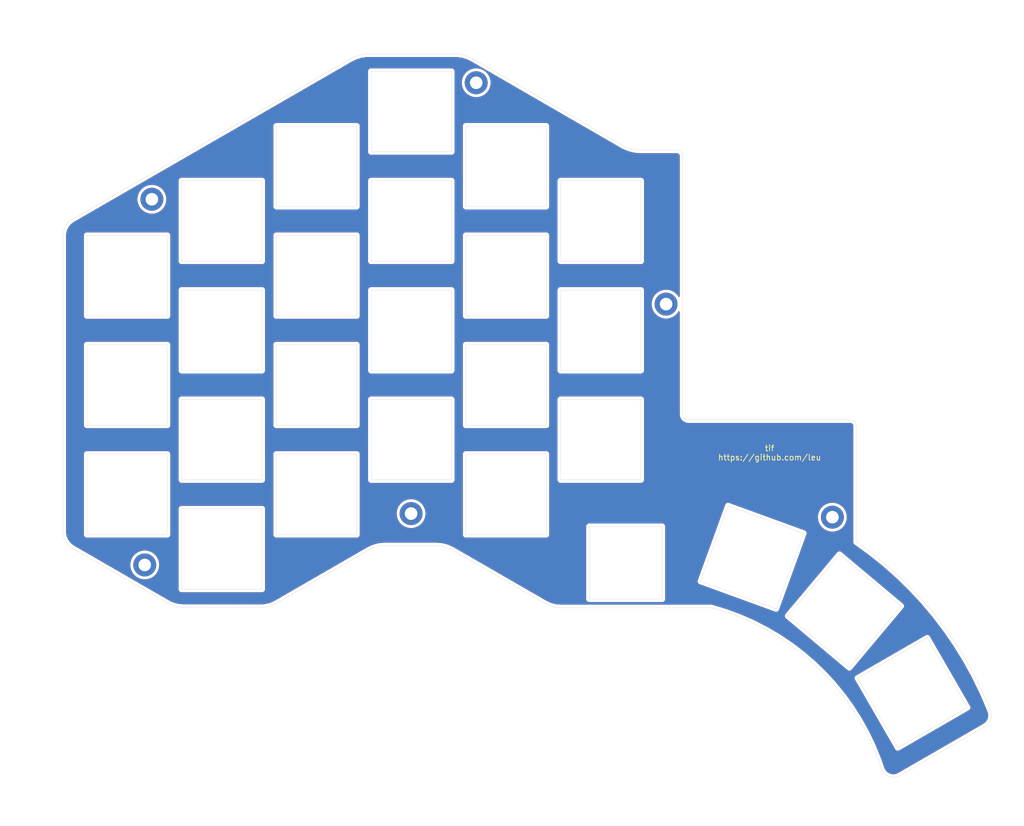
<source format=kicad_pcb>
(kicad_pcb (version 20171130) (host pcbnew 5.1.10-88a1d61d58~90~ubuntu20.04.1)

  (general
    (thickness 1.6)
    (drawings 137)
    (tracks 0)
    (zones 0)
    (modules 6)
    (nets 1)
  )

  (page A4)
  (layers
    (0 F.Cu signal)
    (31 B.Cu signal)
    (32 B.Adhes user)
    (33 F.Adhes user)
    (34 B.Paste user)
    (35 F.Paste user)
    (36 B.SilkS user)
    (37 F.SilkS user)
    (38 B.Mask user)
    (39 F.Mask user)
    (40 Dwgs.User user)
    (41 Cmts.User user)
    (42 Eco1.User user)
    (43 Eco2.User user)
    (44 Edge.Cuts user)
    (45 Margin user)
    (46 B.CrtYd user)
    (47 F.CrtYd user)
    (48 B.Fab user)
    (49 F.Fab user)
  )

  (setup
    (last_trace_width 0.25)
    (trace_clearance 0.2)
    (zone_clearance 0.508)
    (zone_45_only no)
    (trace_min 0.2)
    (via_size 0.8)
    (via_drill 0.4)
    (via_min_size 0.4)
    (via_min_drill 0.3)
    (uvia_size 0.3)
    (uvia_drill 0.1)
    (uvias_allowed no)
    (uvia_min_size 0.2)
    (uvia_min_drill 0.1)
    (edge_width 0.05)
    (segment_width 0.2)
    (pcb_text_width 0.3)
    (pcb_text_size 1.5 1.5)
    (mod_edge_width 0.12)
    (mod_text_size 1 1)
    (mod_text_width 0.15)
    (pad_size 3.429 3.429)
    (pad_drill 3.429)
    (pad_to_mask_clearance 0)
    (aux_axis_origin 0 0)
    (visible_elements FFFFFF7F)
    (pcbplotparams
      (layerselection 0x010fc_ffffffff)
      (usegerberextensions false)
      (usegerberattributes true)
      (usegerberadvancedattributes true)
      (creategerberjobfile true)
      (excludeedgelayer true)
      (linewidth 0.100000)
      (plotframeref false)
      (viasonmask false)
      (mode 1)
      (useauxorigin false)
      (hpglpennumber 1)
      (hpglpenspeed 20)
      (hpglpendiameter 15.000000)
      (psnegative false)
      (psa4output false)
      (plotreference true)
      (plotvalue true)
      (plotinvisibletext false)
      (padsonsilk false)
      (subtractmaskfromsilk false)
      (outputformat 1)
      (mirror false)
      (drillshape 0)
      (scaleselection 1)
      (outputdirectory "gerbers/"))
  )

  (net 0 "")

  (net_class Default "This is the default net class."
    (clearance 0.2)
    (trace_width 0.25)
    (via_dia 0.8)
    (via_drill 0.4)
    (uvia_dia 0.3)
    (uvia_drill 0.1)
  )

  (module SofleKeyboard-footprint:M2_HOLE_PCB (layer F.Cu) (tedit 5D908E44) (tstamp 6122C439)
    (at 136.9949 42.6085)
    (path /612F858D)
    (fp_text reference H6 (at 0 -2.54) (layer F.SilkS) hide
      (effects (font (size 0.29972 0.29972) (thickness 0.0762)))
    )
    (fp_text value Hole (at 0 2.54) (layer F.SilkS) hide
      (effects (font (size 0.29972 0.29972) (thickness 0.0762)))
    )
    (pad "" thru_hole circle (at 0 0) (size 4 4) (drill 2.2) (layers *.Cu *.Mask Dwgs.User))
  )

  (module SofleKeyboard-footprint:M2_HOLE_PCB (layer F.Cu) (tedit 5D908E44) (tstamp 6122C420)
    (at 80.5053 62.9031)
    (path /612F1FE8)
    (fp_text reference H1 (at 0 -2.54) (layer F.SilkS) hide
      (effects (font (size 0.29972 0.29972) (thickness 0.0762)))
    )
    (fp_text value Hole (at 0 2.54) (layer F.SilkS) hide
      (effects (font (size 0.29972 0.29972) (thickness 0.0762)))
    )
    (pad "" thru_hole circle (at 0 0) (size 4 4) (drill 2.2) (layers *.Cu *.Mask Dwgs.User))
  )

  (module SofleKeyboard-footprint:M2_HOLE_PCB (layer F.Cu) (tedit 5D908E44) (tstamp 6122C425)
    (at 79.2607 126.5936)
    (path /612F6082)
    (fp_text reference H2 (at 0 -2.54) (layer F.SilkS) hide
      (effects (font (size 0.29972 0.29972) (thickness 0.0762)))
    )
    (fp_text value Hole (at 0 2.54) (layer F.SilkS) hide
      (effects (font (size 0.29972 0.29972) (thickness 0.0762)))
    )
    (pad "" thru_hole circle (at 0 0) (size 4 4) (drill 2.2) (layers *.Cu *.Mask Dwgs.User))
  )

  (module SofleKeyboard-footprint:M2_HOLE_PCB (layer F.Cu) (tedit 5D908E44) (tstamp 6122C42F)
    (at 199.0344 118.2751)
    (path /612F74B1)
    (fp_text reference H4 (at 0 -2.54) (layer F.SilkS) hide
      (effects (font (size 0.29972 0.29972) (thickness 0.0762)))
    )
    (fp_text value Hole (at 0 2.54) (layer F.SilkS) hide
      (effects (font (size 0.29972 0.29972) (thickness 0.0762)))
    )
    (pad "" thru_hole circle (at 0 0) (size 4 4) (drill 2.2) (layers *.Cu *.Mask Dwgs.User))
  )

  (module SofleKeyboard-footprint:M2_HOLE_PCB (layer F.Cu) (tedit 5D908E44) (tstamp 6122C42A)
    (at 125.6538 117.6528)
    (path /612F683B)
    (fp_text reference H3 (at 0 -2.54) (layer F.SilkS) hide
      (effects (font (size 0.29972 0.29972) (thickness 0.0762)))
    )
    (fp_text value Hole (at 0 2.54) (layer F.SilkS) hide
      (effects (font (size 0.29972 0.29972) (thickness 0.0762)))
    )
    (pad "" thru_hole circle (at 0 0) (size 4 4) (drill 2.2) (layers *.Cu *.Mask Dwgs.User))
  )

  (module SofleKeyboard-footprint:M2_HOLE_PCB (layer F.Cu) (tedit 5D908E44) (tstamp 6122C434)
    (at 170.0657 81.1657)
    (path /612F7C28)
    (fp_text reference H5 (at 0 -2.54) (layer F.SilkS) hide
      (effects (font (size 0.29972 0.29972) (thickness 0.0762)))
    )
    (fp_text value Hole (at 0 2.54) (layer F.SilkS) hide
      (effects (font (size 0.29972 0.29972) (thickness 0.0762)))
    )
    (pad "" thru_hole circle (at 0 0) (size 4 4) (drill 2.2) (layers *.Cu *.Mask Dwgs.User))
  )

  (gr_arc (start 202.2 102.33) (end 203.2 102.33) (angle -90) (layer Edge.Cuts) (width 0.05))
  (gr_line (start 173.974 101.33) (end 202.2 101.33) (layer Edge.Cuts) (width 0.05))
  (gr_arc (start 173.974 100.33) (end 172.974 100.33) (angle -90) (layer Edge.Cuts) (width 0.05))
  (gr_line (start 203.2 102.33) (end 203.196861 122.597659) (layer Edge.Cuts) (width 0.05))
  (gr_arc (start 171.974 55.356) (end 172.974 55.356) (angle -90) (layer Edge.Cuts) (width 0.05))
  (gr_line (start 172.974 55.356) (end 172.974 100.33) (layer Edge.Cuts) (width 0.05))
  (gr_line (start 203.4295 146.3072) (end 215.5539 139.3072) (layer Edge.Cuts) (width 0.05) (tstamp 614E0E1C))
  (gr_line (start 210.4295 158.4316) (end 203.4295 146.3072) (layer Edge.Cuts) (width 0.05))
  (gr_line (start 222.5539 151.4316) (end 210.4295 158.4316) (layer Edge.Cuts) (width 0.05))
  (gr_line (start 215.5539 139.3072) (end 222.5539 151.4316) (layer Edge.Cuts) (width 0.05))
  (gr_line (start 191.268102 135.4828) (end 200.267102 124.7582) (layer Edge.Cuts) (width 0.05) (tstamp 614E0CC5))
  (gr_line (start 201.992702 144.4818) (end 191.268102 135.4828) (layer Edge.Cuts) (width 0.05))
  (gr_line (start 210.991702 133.7572) (end 201.992702 144.4818) (layer Edge.Cuts) (width 0.05))
  (gr_line (start 200.267102 124.7582) (end 210.991702 133.7572) (layer Edge.Cuts) (width 0.05))
  (gr_line (start 176.079706 129.443788) (end 180.867991 116.288106) (layer Edge.Cuts) (width 0.05) (tstamp 614E0AF1))
  (gr_line (start 189.235406 134.232088) (end 176.079706 129.443788) (layer Edge.Cuts) (width 0.05))
  (gr_line (start 194.023688 121.076388) (end 189.235406 134.232088) (layer Edge.Cuts) (width 0.05))
  (gr_line (start 180.867991 116.288106) (end 194.023688 121.076388) (layer Edge.Cuts) (width 0.05))
  (gr_line (start 156.6699 132.5226) (end 156.6699 119.9026) (layer Edge.Cuts) (width 0.05) (tstamp 614DCA43))
  (gr_line (start 169.3899 132.5226) (end 156.6699 132.5226) (layer Edge.Cuts) (width 0.05))
  (gr_line (start 169.3899 119.9026) (end 169.3899 132.5226) (layer Edge.Cuts) (width 0.05))
  (gr_line (start 156.6699 119.9026) (end 169.3899 119.9026) (layer Edge.Cuts) (width 0.05))
  (gr_line (start 85.68892 111.775) (end 99.68892 111.775) (layer Edge.Cuts) (width 0.05) (tstamp 614DC56D))
  (gr_line (start 99.68892 111.775) (end 99.68892 97.775) (layer Edge.Cuts) (width 0.05) (tstamp 614DC56C))
  (gr_line (start 99.68892 97.775) (end 85.68892 97.775) (layer Edge.Cuts) (width 0.05) (tstamp 614DC56B))
  (gr_line (start 85.68892 97.775) (end 85.68892 111.775) (layer Edge.Cuts) (width 0.05) (tstamp 614DC56A))
  (gr_line (start 116.191136 121.3) (end 102.191136 121.3) (layer Edge.Cuts) (width 0.05) (tstamp 614DC53F))
  (gr_line (start 116.191136 107.3) (end 116.191136 121.3) (layer Edge.Cuts) (width 0.05) (tstamp 614DC53E))
  (gr_line (start 102.191136 121.3) (end 102.191136 107.3) (layer Edge.Cuts) (width 0.05) (tstamp 614DC53D))
  (gr_line (start 116.191136 107.3) (end 102.191136 107.3) (layer Edge.Cuts) (width 0.05) (tstamp 614DC53C))
  (gr_line (start 116.191136 88.25) (end 102.191136 88.25) (layer Edge.Cuts) (width 0.05) (tstamp 614DC51D))
  (gr_line (start 102.191136 102.25) (end 102.191136 88.25) (layer Edge.Cuts) (width 0.05) (tstamp 614DC51C))
  (gr_line (start 116.191136 88.25) (end 116.191136 102.25) (layer Edge.Cuts) (width 0.05) (tstamp 614DC51B))
  (gr_line (start 116.191136 102.25) (end 102.191136 102.25) (layer Edge.Cuts) (width 0.05) (tstamp 614DC51A))
  (gr_line (start 116.191136 69.2) (end 116.191136 83.2) (layer Edge.Cuts) (width 0.05) (tstamp 614DC4FA))
  (gr_line (start 102.191136 69.2) (end 116.191136 69.2) (layer Edge.Cuts) (width 0.05) (tstamp 614DC4F9))
  (gr_line (start 116.191136 83.2) (end 102.191136 83.2) (layer Edge.Cuts) (width 0.05) (tstamp 614DC4F8))
  (gr_line (start 102.191136 83.2) (end 102.191136 69.2) (layer Edge.Cuts) (width 0.05) (tstamp 614DC4F7))
  (gr_line (start 118.68892 111.775) (end 132.68892 111.775) (layer Edge.Cuts) (width 0.05) (tstamp 614DC4CE))
  (gr_line (start 132.68892 111.775) (end 132.68892 97.775) (layer Edge.Cuts) (width 0.05) (tstamp 614DC4CD))
  (gr_line (start 132.68892 97.775) (end 118.68892 97.775) (layer Edge.Cuts) (width 0.05) (tstamp 614DC4CC))
  (gr_line (start 118.68892 97.775) (end 118.68892 111.775) (layer Edge.Cuts) (width 0.05) (tstamp 614DC4CB))
  (gr_line (start 132.68892 92.725) (end 118.68892 92.725) (layer Edge.Cuts) (width 0.05) (tstamp 614DC4A4))
  (gr_line (start 132.68892 92.725) (end 132.68892 78.725) (layer Edge.Cuts) (width 0.05) (tstamp 614DC4A3))
  (gr_line (start 132.68892 78.725) (end 118.68892 78.725) (layer Edge.Cuts) (width 0.05) (tstamp 614DC4A2))
  (gr_line (start 118.68892 78.725) (end 118.68892 92.725) (layer Edge.Cuts) (width 0.05) (tstamp 614DC4A1))
  (gr_line (start 118.68892 59.675) (end 118.68892 73.675) (layer Edge.Cuts) (width 0.05) (tstamp 614DC476))
  (gr_line (start 132.68892 59.675) (end 118.68892 59.675) (layer Edge.Cuts) (width 0.05) (tstamp 614DC475))
  (gr_line (start 132.68892 73.675) (end 118.68892 73.675) (layer Edge.Cuts) (width 0.05) (tstamp 614DC474))
  (gr_line (start 132.68892 73.675) (end 132.68892 59.675) (layer Edge.Cuts) (width 0.05) (tstamp 614DC473))
  (gr_line (start 149.191136 121.3) (end 135.191136 121.3) (layer Edge.Cuts) (width 0.05) (tstamp 614DC448))
  (gr_line (start 149.191136 107.3) (end 149.191136 121.3) (layer Edge.Cuts) (width 0.05) (tstamp 614DC447))
  (gr_line (start 135.191136 121.3) (end 135.191136 107.3) (layer Edge.Cuts) (width 0.05) (tstamp 614DC446))
  (gr_line (start 149.191136 107.3) (end 135.191136 107.3) (layer Edge.Cuts) (width 0.05) (tstamp 614DC445))
  (gr_line (start 149.191136 88.25) (end 135.191136 88.25) (layer Edge.Cuts) (width 0.05) (tstamp 614DC423))
  (gr_line (start 135.191136 102.25) (end 135.191136 88.25) (layer Edge.Cuts) (width 0.05) (tstamp 614DC422))
  (gr_line (start 149.191136 88.25) (end 149.191136 102.25) (layer Edge.Cuts) (width 0.05) (tstamp 614DC421))
  (gr_line (start 149.191136 102.25) (end 135.191136 102.25) (layer Edge.Cuts) (width 0.05) (tstamp 614DC420))
  (gr_line (start 149.191136 69.2) (end 149.191136 83.2) (layer Edge.Cuts) (width 0.05) (tstamp 614DC3FC))
  (gr_line (start 135.191136 69.2) (end 149.191136 69.2) (layer Edge.Cuts) (width 0.05) (tstamp 614DC3FB))
  (gr_line (start 149.191136 83.2) (end 135.191136 83.2) (layer Edge.Cuts) (width 0.05) (tstamp 614DC3FA))
  (gr_line (start 135.191136 83.2) (end 135.191136 69.2) (layer Edge.Cuts) (width 0.05) (tstamp 614DC3F9))
  (gr_line (start 135.191136 50.15) (end 135.191136 64.15) (layer Edge.Cuts) (width 0.05) (tstamp 614DC3D0))
  (gr_line (start 149.191136 64.15) (end 149.191136 50.15) (layer Edge.Cuts) (width 0.05) (tstamp 614DC3CF))
  (gr_line (start 135.191136 64.15) (end 149.191136 64.15) (layer Edge.Cuts) (width 0.05) (tstamp 614DC3CE))
  (gr_line (start 149.191136 50.15) (end 135.191136 50.15) (layer Edge.Cuts) (width 0.05) (tstamp 614DC3CD))
  (gr_line (start 99.68892 73.675) (end 85.68892 73.675) (layer Edge.Cuts) (width 0.05) (tstamp 614DC377))
  (gr_line (start 99.68892 73.675) (end 99.68892 59.675) (layer Edge.Cuts) (width 0.05) (tstamp 614DC376))
  (gr_line (start 99.68892 59.675) (end 85.68892 59.675) (layer Edge.Cuts) (width 0.05) (tstamp 614DC375))
  (gr_line (start 85.68892 59.675) (end 85.68892 73.675) (layer Edge.Cuts) (width 0.05) (tstamp 614DC374))
  (gr_line (start 151.68892 111.775) (end 165.68892 111.775) (layer Edge.Cuts) (width 0.05) (tstamp 614DC314))
  (gr_line (start 165.68892 111.775) (end 165.68892 97.775) (layer Edge.Cuts) (width 0.05) (tstamp 614DC313))
  (gr_line (start 165.68892 97.775) (end 151.68892 97.775) (layer Edge.Cuts) (width 0.05) (tstamp 614DC312))
  (gr_line (start 151.68892 97.775) (end 151.68892 111.775) (layer Edge.Cuts) (width 0.05) (tstamp 614DC311))
  (gr_line (start 165.68892 92.725) (end 151.68892 92.725) (layer Edge.Cuts) (width 0.05) (tstamp 614DC2DF))
  (gr_line (start 165.68892 92.725) (end 165.68892 78.725) (layer Edge.Cuts) (width 0.05) (tstamp 614DC2DE))
  (gr_line (start 165.68892 78.725) (end 151.68892 78.725) (layer Edge.Cuts) (width 0.05) (tstamp 614DC2DD))
  (gr_line (start 151.68892 78.725) (end 151.68892 92.725) (layer Edge.Cuts) (width 0.05) (tstamp 614DC2DC))
  (gr_line (start 165.68892 73.675) (end 151.68892 73.675) (layer Edge.Cuts) (width 0.05) (tstamp 614DC195))
  (gr_line (start 165.68892 73.675) (end 165.68892 59.675) (layer Edge.Cuts) (width 0.05) (tstamp 614DC194))
  (gr_line (start 165.68892 59.675) (end 151.68892 59.675) (layer Edge.Cuts) (width 0.05) (tstamp 614DC193))
  (gr_line (start 151.68892 59.675) (end 151.68892 73.675) (layer Edge.Cuts) (width 0.05) (tstamp 614DC192))
  (gr_line (start 69.191136 121.3) (end 69.191136 107.3) (layer Edge.Cuts) (width 0.05))
  (gr_line (start 83.191136 121.3) (end 69.191136 121.3) (layer Edge.Cuts) (width 0.05))
  (gr_line (start 83.191136 107.3) (end 83.191136 121.3) (layer Edge.Cuts) (width 0.05))
  (gr_line (start 83.191136 107.3) (end 69.191136 107.3) (layer Edge.Cuts) (width 0.05))
  (gr_line (start 69.191136 102.25) (end 69.191136 88.25) (layer Edge.Cuts) (width 0.05))
  (gr_line (start 83.191136 102.25) (end 69.191136 102.25) (layer Edge.Cuts) (width 0.05))
  (gr_line (start 83.191136 88.25) (end 83.191136 102.25) (layer Edge.Cuts) (width 0.05))
  (gr_line (start 83.191136 88.25) (end 69.191136 88.25) (layer Edge.Cuts) (width 0.05))
  (gr_line (start 69.191136 83.2) (end 69.191136 69.2) (layer Edge.Cuts) (width 0.05) (tstamp 614DBF86))
  (gr_line (start 83.191136 83.2) (end 69.191136 83.2) (layer Edge.Cuts) (width 0.05))
  (gr_line (start 83.191136 69.2) (end 83.191136 83.2) (layer Edge.Cuts) (width 0.05))
  (gr_line (start 69.191136 69.2) (end 83.191136 69.2) (layer Edge.Cuts) (width 0.05))
  (gr_line (start 102.191136 50.15) (end 102.191136 64.15) (layer Edge.Cuts) (width 0.05) (tstamp 614DC9C2))
  (gr_line (start 116.191136 50.15) (end 102.191136 50.15) (layer Edge.Cuts) (width 0.05))
  (gr_line (start 116.191136 64.15) (end 116.191136 50.15) (layer Edge.Cuts) (width 0.05))
  (gr_line (start 102.191136 64.15) (end 116.191136 64.15) (layer Edge.Cuts) (width 0.05))
  (gr_line (start 118.68892 40.625) (end 118.68892 54.625) (layer Edge.Cuts) (width 0.05))
  (gr_line (start 132.68892 40.625) (end 118.68892 40.625) (layer Edge.Cuts) (width 0.05))
  (gr_line (start 132.68892 54.625) (end 132.68892 40.625) (layer Edge.Cuts) (width 0.05))
  (gr_line (start 132.68892 54.625) (end 118.68892 54.625) (layer Edge.Cuts) (width 0.05))
  (gr_line (start 85.68892 78.725) (end 85.68892 92.725) (layer Edge.Cuts) (width 0.05))
  (gr_line (start 99.68892 78.725) (end 85.68892 78.725) (layer Edge.Cuts) (width 0.05))
  (gr_line (start 99.68892 92.725) (end 99.68892 78.725) (layer Edge.Cuts) (width 0.05))
  (gr_line (start 99.68892 92.725) (end 85.68892 92.725) (layer Edge.Cuts) (width 0.05))
  (gr_line (start 85.68892 116.825) (end 85.68892 130.825) (layer Edge.Cuts) (width 0.05) (tstamp 614DBED2))
  (gr_line (start 99.68892 116.825) (end 85.68892 116.825) (layer Edge.Cuts) (width 0.05))
  (gr_line (start 99.68892 130.825) (end 99.68892 116.825) (layer Edge.Cuts) (width 0.05))
  (gr_line (start 85.68892 130.825) (end 99.68892 130.825) (layer Edge.Cuts) (width 0.05))
  (gr_text "tif\nhttps://github.com/leu" (at 188.0997 107.0737) (layer F.SilkS)
    (effects (font (size 1 1) (thickness 0.15)))
  )
  (gr_arc (start 165.658799 48.006001) (end 162.4838 53.5051) (angle -30.00072778) (layer Edge.Cuts) (width 0.05))
  (gr_line (start 136.398 38.429188) (end 162.4838 53.5051) (layer Edge.Cuts) (width 0.05))
  (gr_arc (start 151.7396 128.4478) (end 148.9456 133.2865) (angle -30.00333245) (layer Edge.Cuts) (width 0.05))
  (gr_arc (start 130.048001 128.831929) (end 132.842 123.9901) (angle -29.98729699) (layer Edge.Cuts) (width 0.05))
  (gr_arc (start 121.0691 128.8288) (end 121.0691 123.2408) (angle -30.00333245) (layer Edge.Cuts) (width 0.05))
  (gr_arc (start 99.475432 128.427657) (end 99.416568 133.991061) (angle -27.22925645) (layer Edge.Cuts) (width 0.05))
  (gr_arc (start 85.979 128.4097) (end 83.4644 133.3754) (angle -26.85737405) (layer Edge.Cuts) (width 0.05))
  (gr_arc (start 133.223009 43.934772) (end 136.398 38.429188) (angle -26.53397667) (layer Edge.Cuts) (width 0.05))
  (gr_arc (start 118.2878 43.942) (end 118.1608 37.592) (angle -30.03405492) (layer Edge.Cuts) (width 0.05))
  (gr_line (start 121.0691 123.2408) (end 130.048 123.241782) (layer Edge.Cuts) (width 0.05))
  (gr_line (start 118.1608 37.592) (end 133.604076 37.592) (layer Edge.Cuts) (width 0.05))
  (gr_line (start 85.979 133.975793) (end 99.416568 133.991061) (layer Edge.Cuts) (width 0.05))
  (gr_arc (start 224.4979 152.8064) (end 225.6155 154.7114) (angle -79.33416722) (layer Edge.Cuts) (width 0.05))
  (gr_arc (start 209.6643 161.3789) (end 207.6323 162.2425) (angle -91.03723225) (layer Edge.Cuts) (width 0.05))
  (gr_arc (start 68.3514 120.8151) (end 65.024 120.8151) (angle -60.01107915) (layer Edge.Cuts) (width 0.05))
  (gr_line (start 132.842 123.9901) (end 148.9456 133.2865) (layer Edge.Cuts) (width 0.05))
  (gr_line (start 101.968638 133.401474) (end 118.274819 123.989613) (layer Edge.Cuts) (width 0.05))
  (gr_line (start 66.688257 123.697035) (end 83.4644 133.3754) (layer Edge.Cuts) (width 0.05))
  (gr_arc (start 68.352515 69.2531) (end 66.688815 66.3702) (angle -60.01107758) (layer Edge.Cuts) (width 0.05))
  (gr_arc (start 166.751 175.5267) (end 226.576834 152.060687) (angle -34.0324547) (layer Edge.Cuts) (width 0.05))
  (gr_arc (start 166.751 175.5394) (end 207.6323 162.2425) (angle -56.87886571) (layer Edge.Cuts) (width 0.05))
  (gr_line (start 151.7396 134.035237) (end 177.9524 134.0358) (layer Edge.Cuts) (width 0.05))
  (gr_line (start 66.688815 66.3702) (end 114.999584 38.508192) (layer Edge.Cuts) (width 0.05))
  (gr_line (start 165.658799 54.35586) (end 171.974 54.356) (layer Edge.Cuts) (width 0.05))
  (gr_line (start 210.564542 163.394934) (end 225.6155 154.7114) (layer Edge.Cuts) (width 0.05))
  (gr_line (start 65.024 69.2531) (end 65.024 120.8151) (layer Edge.Cuts) (width 0.05))

  (zone (net 0) (net_name "") (layer F.Cu) (tstamp 0) (hatch edge 0.508)
    (connect_pads (clearance 0.508))
    (min_thickness 0.254)
    (fill yes (arc_segments 32) (thermal_gap 0.508) (thermal_bridge_width 0.508))
    (polygon
      (pts
        (xy 232.4227 172.085) (xy 54.3052 170.5102) (xy 54.7751 30.7721) (xy 230.632 28.194)
      )
    )
    (filled_polygon
      (pts
        (xy 134.449222 38.374957) (xy 135.305167 38.635623) (xy 136.089312 39.013081) (xy 162.181617 54.092753) (xy 162.189624 54.096385)
        (xy 162.461094 54.243784) (xy 162.492661 54.257839) (xy 162.523452 54.273528) (xy 163.444014 54.654837) (xy 163.518356 54.678992)
        (xy 163.542511 54.68684) (xy 164.511388 54.919447) (xy 164.613679 54.935648) (xy 165.60056 55.013317) (xy 165.626366 55.015859)
        (xy 171.941706 55.015999) (xy 172.039424 55.02558) (xy 172.102356 55.04458) (xy 172.160405 55.075445) (xy 172.211343 55.116989)
        (xy 172.253248 55.167644) (xy 172.284515 55.225471) (xy 172.303956 55.288272) (xy 172.314 55.383835) (xy 172.314001 79.787644)
        (xy 172.112438 79.485985) (xy 171.745415 79.118962) (xy 171.313841 78.830593) (xy 170.834301 78.631961) (xy 170.325225 78.5307)
        (xy 169.806175 78.5307) (xy 169.297099 78.631961) (xy 168.817559 78.830593) (xy 168.385985 79.118962) (xy 168.018962 79.485985)
        (xy 167.730593 79.917559) (xy 167.531961 80.397099) (xy 167.4307 80.906175) (xy 167.4307 81.425225) (xy 167.531961 81.934301)
        (xy 167.730593 82.413841) (xy 168.018962 82.845415) (xy 168.385985 83.212438) (xy 168.817559 83.500807) (xy 169.297099 83.699439)
        (xy 169.806175 83.8007) (xy 170.325225 83.8007) (xy 170.834301 83.699439) (xy 171.313841 83.500807) (xy 171.745415 83.212438)
        (xy 172.112438 82.845415) (xy 172.314001 82.543756) (xy 172.314001 100.362419) (xy 172.316783 100.390664) (xy 172.31674 100.396801)
        (xy 172.31764 100.405972) (xy 172.338041 100.600069) (xy 172.350068 100.658658) (xy 172.361277 100.717423) (xy 172.363941 100.726245)
        (xy 172.421653 100.912683) (xy 172.444838 100.967838) (xy 172.467242 101.023291) (xy 172.471568 101.031427) (xy 172.564393 101.203104)
        (xy 172.597846 101.252699) (xy 172.6306 101.302753) (xy 172.636424 101.309894) (xy 172.760828 101.460272) (xy 172.803263 101.502411)
        (xy 172.845126 101.545161) (xy 172.852227 101.551034) (xy 173.003469 101.674384) (xy 173.053277 101.707477) (xy 173.102651 101.741284)
        (xy 173.110757 101.745667) (xy 173.28308 101.837292) (xy 173.338392 101.86009) (xy 173.393366 101.883652) (xy 173.402169 101.886377)
        (xy 173.589006 101.942786) (xy 173.647686 101.954405) (xy 173.706196 101.966842) (xy 173.715361 101.967805) (xy 173.909594 101.98685)
        (xy 173.909598 101.98685) (xy 173.941581 101.99) (xy 202.167721 101.99) (xy 202.265424 101.99958) (xy 202.328356 102.01858)
        (xy 202.386405 102.049445) (xy 202.437343 102.090989) (xy 202.479248 102.141644) (xy 202.510515 102.199471) (xy 202.529956 102.262272)
        (xy 202.539997 102.357804) (xy 202.536856 122.629975) (xy 202.546391 122.726941) (xy 202.565185 122.788928) (xy 202.565195 122.788966)
        (xy 202.565208 122.789004) (xy 202.584112 122.851357) (xy 202.614371 122.907989) (xy 202.614383 122.908013) (xy 202.614397 122.908038)
        (xy 202.645379 122.966023) (xy 202.727841 123.066534) (xy 202.828326 123.149026) (xy 202.845877 123.158411) (xy 205.338388 124.966038)
        (xy 207.762193 126.911382) (xy 210.088082 128.972813) (xy 212.310494 131.145404) (xy 214.424117 133.423958) (xy 216.423909 135.803041)
        (xy 218.305095 138.276972) (xy 220.063189 140.83985) (xy 221.693982 143.485543) (xy 223.193599 146.207764) (xy 224.558428 148.999952)
        (xy 225.787951 151.861816) (xy 225.947374 152.26379) (xy 226.026259 152.577085) (xy 226.041693 152.878312) (xy 225.998323 153.176804)
        (xy 225.897803 153.461183) (xy 225.743962 153.72062) (xy 225.542655 153.945239) (xy 225.278199 154.144036) (xy 210.292388 162.789985)
        (xy 210.008183 162.884873) (xy 209.709119 162.922986) (xy 209.408355 162.902286) (xy 209.117336 162.823559) (xy 208.847146 162.689804)
        (xy 208.608087 162.506121) (xy 208.409259 162.279502) (xy 208.245509 161.996594) (xy 207.642015 160.26912) (xy 207.63764 160.257698)
        (xy 207.630033 160.237455) (xy 206.666439 157.875805) (xy 206.665974 157.874755) (xy 206.665565 157.873673) (xy 206.650576 157.840002)
        (xy 205.548617 155.539656) (xy 205.548092 155.538638) (xy 205.547618 155.537579) (xy 205.530659 155.504857) (xy 204.294214 153.273913)
        (xy 204.293628 153.272925) (xy 204.293094 153.2719) (xy 204.274224 153.240241) (xy 202.907646 151.086552) (xy 202.907006 151.085606)
        (xy 202.906409 151.084609) (xy 202.885694 151.054125) (xy 201.393795 148.985274) (xy 201.393096 148.984363) (xy 201.392444 148.983407)
        (xy 201.369958 148.954204) (xy 199.757988 146.977475) (xy 199.757235 146.976606) (xy 199.756529 146.975692) (xy 199.732351 146.947874)
        (xy 199.103417 146.263825) (xy 202.767728 146.263825) (xy 202.771981 146.393762) (xy 202.801502 146.520375) (xy 202.855158 146.638795)
        (xy 202.874134 146.665276) (xy 209.841718 158.733534) (xy 209.855158 158.763195) (xy 209.874125 158.789664) (xy 209.874131 158.789674)
        (xy 209.930884 158.868872) (xy 210.025773 158.957745) (xy 210.094427 159.000437) (xy 210.136176 159.026399) (xy 210.191307 159.047148)
        (xy 210.257851 159.072194) (xy 210.386124 159.093372) (xy 210.386125 159.093372) (xy 210.516062 159.089119) (xy 210.642675 159.059598)
        (xy 210.731423 159.019386) (xy 210.761095 159.005942) (xy 210.787575 158.986967) (xy 222.855836 152.01938) (xy 222.885495 152.005942)
        (xy 222.911963 151.986975) (xy 222.911974 151.986969) (xy 222.991172 151.930216) (xy 223.080045 151.835327) (xy 223.148698 151.724925)
        (xy 223.194494 151.603249) (xy 223.215672 151.474976) (xy 223.211418 151.345038) (xy 223.202732 151.307783) (xy 223.181897 151.218424)
        (xy 223.141686 151.129676) (xy 223.141684 151.129672) (xy 223.128242 151.100005) (xy 223.10927 151.073529) (xy 216.141687 139.00528)
        (xy 216.128242 138.975605) (xy 216.076554 138.903474) (xy 216.052515 138.869927) (xy 215.957626 138.781055) (xy 215.847224 138.712401)
        (xy 215.725547 138.666606) (xy 215.597275 138.645428) (xy 215.467338 138.649681) (xy 215.340725 138.679202) (xy 215.222305 138.732858)
        (xy 215.195828 138.751831) (xy 203.127582 145.719411) (xy 203.097905 145.732858) (xy 203.007021 145.797984) (xy 202.992227 145.808585)
        (xy 202.903355 145.903474) (xy 202.834701 146.013876) (xy 202.788906 146.135553) (xy 202.767728 146.263825) (xy 199.103417 146.263825)
        (xy 198.005986 145.070224) (xy 198.005173 145.069391) (xy 198.004423 145.068531) (xy 197.978638 145.042196) (xy 196.143956 143.270235)
        (xy 196.143107 143.269462) (xy 196.142296 143.268637) (xy 196.114994 143.243879) (xy 194.178452 141.583845) (xy 194.177569 141.583132)
        (xy 194.176701 141.582348) (xy 194.147978 141.559252) (xy 192.116394 140.01699) (xy 192.115462 140.016325) (xy 192.114557 140.0156)
        (xy 192.084515 139.994248) (xy 189.965041 138.575186) (xy 189.964078 138.574582) (xy 189.963125 138.573907) (xy 189.93187 138.554374)
        (xy 187.731967 137.263509) (xy 187.730963 137.262959) (xy 187.729978 137.262346) (xy 187.69762 137.244701) (xy 185.425033 136.086576)
        (xy 185.423995 136.086085) (xy 185.422978 136.085533) (xy 185.389631 136.069839) (xy 184.178466 135.540601) (xy 190.607434 135.540601)
        (xy 190.631404 135.668381) (xy 190.679844 135.789028) (xy 190.750888 135.897908) (xy 190.84181 135.990835) (xy 190.868699 136.009229)
        (xy 201.543634 144.966556) (xy 201.56641 144.989835) (xy 201.593289 145.008222) (xy 201.593296 145.008228) (xy 201.673714 145.063239)
        (xy 201.793276 145.114298) (xy 201.920502 145.141051) (xy 202.050503 145.142468) (xy 202.178283 145.118498) (xy 202.188744 145.114298)
        (xy 202.29893 145.070059) (xy 202.40781 144.999014) (xy 202.500737 144.908092) (xy 202.519131 144.881203) (xy 211.476458 134.206268)
        (xy 211.499737 134.183492) (xy 211.518124 134.156613) (xy 211.51813 134.156606) (xy 211.573141 134.076188) (xy 211.6242 133.956626)
        (xy 211.650953 133.8294) (xy 211.65237 133.699399) (xy 211.651141 133.692846) (xy 211.6284 133.571618) (xy 211.579961 133.450971)
        (xy 211.508916 133.342091) (xy 211.440776 133.272449) (xy 211.440774 133.272447) (xy 211.417994 133.249165) (xy 211.391111 133.230775)
        (xy 200.716175 124.273448) (xy 200.693394 124.250165) (xy 200.66651 124.231774) (xy 200.666507 124.231772) (xy 200.586089 124.176761)
        (xy 200.466527 124.125702) (xy 200.339301 124.098949) (xy 200.209301 124.097532) (xy 200.2093 124.097532) (xy 200.08152 124.121502)
        (xy 199.960873 124.169941) (xy 199.851993 124.240986) (xy 199.782351 124.309126) (xy 199.759067 124.331908) (xy 199.740677 124.358791)
        (xy 190.78335 135.033727) (xy 190.760067 135.056508) (xy 190.741676 135.083392) (xy 190.741674 135.083395) (xy 190.686663 135.163813)
        (xy 190.635604 135.283375) (xy 190.608851 135.410601) (xy 190.607434 135.540601) (xy 184.178466 135.540601) (xy 183.052359 135.048531)
        (xy 183.051298 135.048104) (xy 183.050247 135.047612) (xy 183.016027 135.033922) (xy 180.6223 134.153026) (xy 180.621206 134.15266)
        (xy 180.620136 134.152234) (xy 180.585164 134.140598) (xy 178.143408 133.403217) (xy 178.118707 133.396551) (xy 178.081796 133.385353)
        (xy 178.043021 133.381533) (xy 178.028507 133.379415) (xy 177.98949 133.376068) (xy 177.986836 133.375998) (xy 177.984833 133.375801)
        (xy 177.979318 133.375801) (xy 177.950345 133.37504) (xy 177.9274 133.3758) (xy 151.767568 133.375238) (xy 150.909778 133.302454)
        (xy 150.103686 133.093233) (xy 149.321169 132.740735) (xy 149.273437 132.713674) (xy 133.143896 123.4023) (xy 133.141522 123.401225)
        (xy 133.092127 123.373228) (xy 133.090819 123.372627) (xy 133.03776 123.34565) (xy 132.175905 122.957412) (xy 132.15252 122.949177)
        (xy 132.130021 122.938781) (xy 132.070638 122.920342) (xy 131.155688 122.682869) (xy 131.131258 122.678693) (xy 131.107323 122.672235)
        (xy 131.045682 122.664065) (xy 130.108196 122.584518) (xy 130.080491 122.581786) (xy 121.036754 122.580797) (xy 121.034123 122.581056)
        (xy 120.976932 122.581507) (xy 120.976931 122.581507) (xy 120.975796 122.581516) (xy 120.974488 122.581637) (xy 120.914841 122.58482)
        (xy 119.974698 122.679543) (xy 119.950335 122.684104) (xy 119.925648 122.686352) (xy 119.865002 122.700078) (xy 118.95426 122.95185)
        (xy 118.931008 122.960453) (xy 118.907058 122.966827) (xy 118.849592 122.990575) (xy 117.998299 123.390316) (xy 117.972963 123.401792)
        (xy 101.679785 132.806148) (xy 100.902151 133.116755) (xy 100.086387 133.291239) (xy 99.39787 133.33104) (xy 86.007332 133.315825)
        (xy 85.152773 133.243315) (xy 84.343885 133.033369) (xy 83.759986 132.78397) (xy 72.579962 126.334075) (xy 76.6257 126.334075)
        (xy 76.6257 126.853125) (xy 76.726961 127.362201) (xy 76.925593 127.841741) (xy 77.213962 128.273315) (xy 77.580985 128.640338)
        (xy 78.012559 128.928707) (xy 78.492099 129.127339) (xy 79.001175 129.2286) (xy 79.520225 129.2286) (xy 80.029301 129.127339)
        (xy 80.508841 128.928707) (xy 80.940415 128.640338) (xy 81.307438 128.273315) (xy 81.595807 127.841741) (xy 81.794439 127.362201)
        (xy 81.8957 126.853125) (xy 81.8957 126.334075) (xy 81.794439 125.824999) (xy 81.595807 125.345459) (xy 81.307438 124.913885)
        (xy 80.940415 124.546862) (xy 80.508841 124.258493) (xy 80.029301 124.059861) (xy 79.520225 123.9586) (xy 79.001175 123.9586)
        (xy 78.492099 124.059861) (xy 78.012559 124.258493) (xy 77.580985 124.546862) (xy 77.213962 124.913885) (xy 76.925593 125.345459)
        (xy 76.726961 125.824999) (xy 76.6257 126.334075) (xy 72.579962 126.334075) (xy 67.04607 123.141504) (xy 66.596885 122.82005)
        (xy 66.240868 122.441078) (xy 65.965242 122.000174) (xy 65.780503 121.514128) (xy 65.690211 120.980914) (xy 65.684 120.803542)
        (xy 65.684 107.3) (xy 68.527943 107.3) (xy 68.531137 107.332429) (xy 68.531136 121.267581) (xy 68.527943 121.3)
        (xy 68.540686 121.429383) (xy 68.578426 121.553793) (xy 68.639711 121.66845) (xy 68.71356 121.758435) (xy 68.722188 121.768948)
        (xy 68.822686 121.851425) (xy 68.937343 121.91271) (xy 69.061753 121.95045) (xy 69.191136 121.963193) (xy 69.223555 121.96)
        (xy 83.158717 121.96) (xy 83.191136 121.963193) (xy 83.223555 121.96) (xy 83.23842 121.958536) (xy 83.320519 121.95045)
        (xy 83.444929 121.91271) (xy 83.559586 121.851425) (xy 83.660084 121.768948) (xy 83.742561 121.66845) (xy 83.803846 121.553793)
        (xy 83.841586 121.429383) (xy 83.851136 121.332419) (xy 83.851136 121.332418) (xy 83.854329 121.3) (xy 83.851136 121.267581)
        (xy 83.851136 116.825) (xy 85.025727 116.825) (xy 85.02892 116.857419) (xy 85.028921 130.792571) (xy 85.025727 130.825)
        (xy 85.03847 130.954383) (xy 85.07621 131.078793) (xy 85.137495 131.19345) (xy 85.219972 131.293948) (xy 85.32047 131.376425)
        (xy 85.435127 131.43771) (xy 85.559537 131.47545) (xy 85.656501 131.485) (xy 85.68892 131.488193) (xy 85.721339 131.485)
        (xy 99.656501 131.485) (xy 99.68892 131.488193) (xy 99.721339 131.485) (xy 99.818303 131.47545) (xy 99.942713 131.43771)
        (xy 100.05737 131.376425) (xy 100.157868 131.293948) (xy 100.240345 131.19345) (xy 100.30163 131.078793) (xy 100.33937 130.954383)
        (xy 100.352113 130.825) (xy 100.34892 130.792581) (xy 100.34892 116.857419) (xy 100.352113 116.825) (xy 100.33937 116.695617)
        (xy 100.30163 116.571207) (xy 100.240345 116.45655) (xy 100.157868 116.356052) (xy 100.05737 116.273575) (xy 99.942713 116.21229)
        (xy 99.818303 116.17455) (xy 99.721339 116.165) (xy 99.68892 116.161807) (xy 99.656501 116.165) (xy 85.721339 116.165)
        (xy 85.68892 116.161807) (xy 85.656501 116.165) (xy 85.559537 116.17455) (xy 85.435127 116.21229) (xy 85.32047 116.273575)
        (xy 85.219972 116.356052) (xy 85.137495 116.45655) (xy 85.07621 116.571207) (xy 85.03847 116.695617) (xy 85.025727 116.825)
        (xy 83.851136 116.825) (xy 83.851136 107.332419) (xy 83.854329 107.3) (xy 83.841586 107.170617) (xy 83.803846 107.046207)
        (xy 83.742561 106.93155) (xy 83.660084 106.831052) (xy 83.559586 106.748575) (xy 83.444929 106.68729) (xy 83.320519 106.64955)
        (xy 83.223555 106.64) (xy 83.191136 106.636807) (xy 83.158717 106.64) (xy 69.223555 106.64) (xy 69.191136 106.636807)
        (xy 69.158717 106.64) (xy 69.061753 106.64955) (xy 68.937343 106.68729) (xy 68.822686 106.748575) (xy 68.722188 106.831052)
        (xy 68.639711 106.93155) (xy 68.578426 107.046207) (xy 68.540686 107.170617) (xy 68.527943 107.3) (xy 65.684 107.3)
        (xy 65.684 88.25) (xy 68.527943 88.25) (xy 68.531137 88.282429) (xy 68.531136 102.217581) (xy 68.527943 102.25)
        (xy 68.540686 102.379383) (xy 68.578426 102.503793) (xy 68.639711 102.61845) (xy 68.657713 102.640385) (xy 68.722188 102.718948)
        (xy 68.822686 102.801425) (xy 68.937343 102.86271) (xy 69.061753 102.90045) (xy 69.191136 102.913193) (xy 69.223555 102.91)
        (xy 83.158717 102.91) (xy 83.191136 102.913193) (xy 83.223555 102.91) (xy 83.320519 102.90045) (xy 83.444929 102.86271)
        (xy 83.559586 102.801425) (xy 83.660084 102.718948) (xy 83.742561 102.61845) (xy 83.803846 102.503793) (xy 83.841586 102.379383)
        (xy 83.854329 102.25) (xy 83.851136 102.217581) (xy 83.851136 97.775) (xy 85.025727 97.775) (xy 85.02892 97.807419)
        (xy 85.028921 111.742571) (xy 85.025727 111.775) (xy 85.03847 111.904383) (xy 85.07621 112.028793) (xy 85.137495 112.14345)
        (xy 85.219972 112.243948) (xy 85.32047 112.326425) (xy 85.435127 112.38771) (xy 85.559537 112.42545) (xy 85.656501 112.435)
        (xy 85.68892 112.438193) (xy 85.721339 112.435) (xy 99.656501 112.435) (xy 99.68892 112.438193) (xy 99.721339 112.435)
        (xy 99.818303 112.42545) (xy 99.942713 112.38771) (xy 100.05737 112.326425) (xy 100.157868 112.243948) (xy 100.240345 112.14345)
        (xy 100.30163 112.028793) (xy 100.33937 111.904383) (xy 100.352113 111.775) (xy 100.34892 111.742581) (xy 100.34892 107.3)
        (xy 101.527943 107.3) (xy 101.531137 107.332429) (xy 101.531136 121.267581) (xy 101.527943 121.3) (xy 101.540686 121.429383)
        (xy 101.578426 121.553793) (xy 101.639711 121.66845) (xy 101.71356 121.758435) (xy 101.722188 121.768948) (xy 101.822686 121.851425)
        (xy 101.937343 121.91271) (xy 102.061753 121.95045) (xy 102.191136 121.963193) (xy 102.223555 121.96) (xy 116.158717 121.96)
        (xy 116.191136 121.963193) (xy 116.223555 121.96) (xy 116.23842 121.958536) (xy 116.320519 121.95045) (xy 116.444929 121.91271)
        (xy 116.559586 121.851425) (xy 116.660084 121.768948) (xy 116.742561 121.66845) (xy 116.803846 121.553793) (xy 116.841586 121.429383)
        (xy 116.851136 121.332419) (xy 116.851136 121.332418) (xy 116.854329 121.3) (xy 116.851136 121.267581) (xy 116.851136 117.393275)
        (xy 123.0188 117.393275) (xy 123.0188 117.912325) (xy 123.120061 118.421401) (xy 123.318693 118.900941) (xy 123.607062 119.332515)
        (xy 123.974085 119.699538) (xy 124.405659 119.987907) (xy 124.885199 120.186539) (xy 125.394275 120.2878) (xy 125.913325 120.2878)
        (xy 126.422401 120.186539) (xy 126.901941 119.987907) (xy 127.333515 119.699538) (xy 127.700538 119.332515) (xy 127.988907 118.900941)
        (xy 128.187539 118.421401) (xy 128.2888 117.912325) (xy 128.2888 117.393275) (xy 128.187539 116.884199) (xy 127.988907 116.404659)
        (xy 127.700538 115.973085) (xy 127.333515 115.606062) (xy 126.901941 115.317693) (xy 126.422401 115.119061) (xy 125.913325 115.0178)
        (xy 125.394275 115.0178) (xy 124.885199 115.119061) (xy 124.405659 115.317693) (xy 123.974085 115.606062) (xy 123.607062 115.973085)
        (xy 123.318693 116.404659) (xy 123.120061 116.884199) (xy 123.0188 117.393275) (xy 116.851136 117.393275) (xy 116.851136 107.332419)
        (xy 116.854329 107.3) (xy 116.841586 107.170617) (xy 116.803846 107.046207) (xy 116.742561 106.93155) (xy 116.660084 106.831052)
        (xy 116.559586 106.748575) (xy 116.444929 106.68729) (xy 116.320519 106.64955) (xy 116.223555 106.64) (xy 116.191136 106.636807)
        (xy 116.158717 106.64) (xy 102.223555 106.64) (xy 102.191136 106.636807) (xy 102.158717 106.64) (xy 102.061753 106.64955)
        (xy 101.937343 106.68729) (xy 101.822686 106.748575) (xy 101.722188 106.831052) (xy 101.639711 106.93155) (xy 101.578426 107.046207)
        (xy 101.540686 107.170617) (xy 101.527943 107.3) (xy 100.34892 107.3) (xy 100.34892 97.807419) (xy 100.352113 97.775)
        (xy 100.33937 97.645617) (xy 100.30163 97.521207) (xy 100.240345 97.40655) (xy 100.157868 97.306052) (xy 100.05737 97.223575)
        (xy 99.942713 97.16229) (xy 99.818303 97.12455) (xy 99.721339 97.115) (xy 99.68892 97.111807) (xy 99.656501 97.115)
        (xy 85.721339 97.115) (xy 85.68892 97.111807) (xy 85.656501 97.115) (xy 85.559537 97.12455) (xy 85.435127 97.16229)
        (xy 85.32047 97.223575) (xy 85.219972 97.306052) (xy 85.137495 97.40655) (xy 85.07621 97.521207) (xy 85.03847 97.645617)
        (xy 85.025727 97.775) (xy 83.851136 97.775) (xy 83.851136 88.282419) (xy 83.854329 88.25) (xy 83.841586 88.120617)
        (xy 83.803846 87.996207) (xy 83.742561 87.88155) (xy 83.660084 87.781052) (xy 83.559586 87.698575) (xy 83.444929 87.63729)
        (xy 83.320519 87.59955) (xy 83.223555 87.59) (xy 83.191136 87.586807) (xy 83.158717 87.59) (xy 69.223555 87.59)
        (xy 69.191136 87.586807) (xy 69.158717 87.59) (xy 69.061753 87.59955) (xy 68.937343 87.63729) (xy 68.822686 87.698575)
        (xy 68.722188 87.781052) (xy 68.639711 87.88155) (xy 68.578426 87.996207) (xy 68.540686 88.120617) (xy 68.527943 88.25)
        (xy 65.684 88.25) (xy 65.684 69.285379) (xy 65.692371 69.2) (xy 68.527943 69.2) (xy 68.531137 69.232429)
        (xy 68.531136 83.167581) (xy 68.527943 83.2) (xy 68.540686 83.329383) (xy 68.578426 83.453793) (xy 68.639711 83.56845)
        (xy 68.722188 83.668948) (xy 68.822686 83.751425) (xy 68.937343 83.81271) (xy 69.061753 83.85045) (xy 69.191136 83.863193)
        (xy 69.223555 83.86) (xy 83.158717 83.86) (xy 83.191136 83.863193) (xy 83.223555 83.86) (xy 83.320519 83.85045)
        (xy 83.444929 83.81271) (xy 83.559586 83.751425) (xy 83.660084 83.668948) (xy 83.742561 83.56845) (xy 83.803846 83.453793)
        (xy 83.841586 83.329383) (xy 83.854329 83.2) (xy 83.851136 83.167581) (xy 83.851136 78.725) (xy 85.025727 78.725)
        (xy 85.02892 78.757419) (xy 85.028921 92.692571) (xy 85.025727 92.725) (xy 85.03847 92.854383) (xy 85.07621 92.978793)
        (xy 85.137495 93.09345) (xy 85.219972 93.193948) (xy 85.32047 93.276425) (xy 85.435127 93.33771) (xy 85.559537 93.37545)
        (xy 85.656501 93.385) (xy 85.68892 93.388193) (xy 85.721339 93.385) (xy 99.656501 93.385) (xy 99.68892 93.388193)
        (xy 99.721339 93.385) (xy 99.818303 93.37545) (xy 99.942713 93.33771) (xy 100.05737 93.276425) (xy 100.157868 93.193948)
        (xy 100.240345 93.09345) (xy 100.30163 92.978793) (xy 100.33937 92.854383) (xy 100.352113 92.725) (xy 100.34892 92.692581)
        (xy 100.34892 88.25) (xy 101.527943 88.25) (xy 101.531137 88.282429) (xy 101.531136 102.217581) (xy 101.527943 102.25)
        (xy 101.540686 102.379383) (xy 101.578426 102.503793) (xy 101.639711 102.61845) (xy 101.657713 102.640385) (xy 101.722188 102.718948)
        (xy 101.822686 102.801425) (xy 101.937343 102.86271) (xy 102.061753 102.90045) (xy 102.191136 102.913193) (xy 102.223555 102.91)
        (xy 116.158717 102.91) (xy 116.191136 102.913193) (xy 116.223555 102.91) (xy 116.320519 102.90045) (xy 116.444929 102.86271)
        (xy 116.559586 102.801425) (xy 116.660084 102.718948) (xy 116.742561 102.61845) (xy 116.803846 102.503793) (xy 116.841586 102.379383)
        (xy 116.854329 102.25) (xy 116.851136 102.217581) (xy 116.851136 97.775) (xy 118.025727 97.775) (xy 118.02892 97.807419)
        (xy 118.028921 111.742571) (xy 118.025727 111.775) (xy 118.03847 111.904383) (xy 118.07621 112.028793) (xy 118.137495 112.14345)
        (xy 118.219972 112.243948) (xy 118.32047 112.326425) (xy 118.435127 112.38771) (xy 118.559537 112.42545) (xy 118.656501 112.435)
        (xy 118.68892 112.438193) (xy 118.721339 112.435) (xy 132.656501 112.435) (xy 132.68892 112.438193) (xy 132.721339 112.435)
        (xy 132.818303 112.42545) (xy 132.942713 112.38771) (xy 133.05737 112.326425) (xy 133.157868 112.243948) (xy 133.240345 112.14345)
        (xy 133.30163 112.028793) (xy 133.33937 111.904383) (xy 133.352113 111.775) (xy 133.34892 111.742581) (xy 133.34892 107.3)
        (xy 134.527943 107.3) (xy 134.531137 107.332429) (xy 134.531136 121.267581) (xy 134.527943 121.3) (xy 134.540686 121.429383)
        (xy 134.578426 121.553793) (xy 134.639711 121.66845) (xy 134.71356 121.758435) (xy 134.722188 121.768948) (xy 134.822686 121.851425)
        (xy 134.937343 121.91271) (xy 135.061753 121.95045) (xy 135.191136 121.963193) (xy 135.223555 121.96) (xy 149.158717 121.96)
        (xy 149.191136 121.963193) (xy 149.223555 121.96) (xy 149.23842 121.958536) (xy 149.320519 121.95045) (xy 149.444929 121.91271)
        (xy 149.559586 121.851425) (xy 149.660084 121.768948) (xy 149.742561 121.66845) (xy 149.803846 121.553793) (xy 149.841586 121.429383)
        (xy 149.851136 121.332419) (xy 149.851136 121.332418) (xy 149.854329 121.3) (xy 149.851136 121.267581) (xy 149.851136 119.9026)
        (xy 156.006707 119.9026) (xy 156.009901 119.935029) (xy 156.0099 132.490181) (xy 156.006707 132.5226) (xy 156.01945 132.651983)
        (xy 156.05719 132.776393) (xy 156.118475 132.89105) (xy 156.1845 132.971501) (xy 156.200952 132.991548) (xy 156.30145 133.074025)
        (xy 156.416107 133.13531) (xy 156.540517 133.17305) (xy 156.6699 133.185793) (xy 156.702319 133.1826) (xy 169.357481 133.1826)
        (xy 169.3899 133.185793) (xy 169.422319 133.1826) (xy 169.491758 133.175761) (xy 169.519283 133.17305) (xy 169.643693 133.13531)
        (xy 169.75835 133.074025) (xy 169.858848 132.991548) (xy 169.941325 132.89105) (xy 170.00261 132.776393) (xy 170.04035 132.651983)
        (xy 170.04589 132.595733) (xy 170.053093 132.5226) (xy 170.0499 132.490181) (xy 170.0499 129.472715) (xy 175.417145 129.472715)
        (xy 175.435519 129.601418) (xy 175.47865 129.724064) (xy 175.544878 129.83594) (xy 175.631659 129.932744) (xy 175.69281 129.978616)
        (xy 175.735659 130.010759) (xy 175.852881 130.066985) (xy 175.884442 130.075074) (xy 188.97921 134.841197) (xy 189.008581 134.855285)
        (xy 189.040135 134.863372) (xy 189.134518 134.887562) (xy 189.264333 134.894649) (xy 189.264334 134.894649) (xy 189.393037 134.876275)
        (xy 189.515683 134.833144) (xy 189.627558 134.766916) (xy 189.714339 134.689119) (xy 189.724361 134.680135) (xy 189.728911 134.67407)
        (xy 189.802377 134.576135) (xy 189.844515 134.488285) (xy 189.844517 134.488279) (xy 189.858603 134.458913) (xy 189.86669 134.427361)
        (xy 194.6328 121.332578) (xy 194.646885 121.303213) (xy 194.65497 121.271665) (xy 194.654973 121.271658) (xy 194.679162 121.177275)
        (xy 194.686249 121.04746) (xy 194.684704 121.036639) (xy 194.667875 120.918756) (xy 194.624744 120.79611) (xy 194.568176 120.700554)
        (xy 194.558516 120.684236) (xy 194.508409 120.628342) (xy 194.471734 120.587431) (xy 194.367734 120.509416) (xy 194.279884 120.467278)
        (xy 194.279876 120.467275) (xy 194.250513 120.453191) (xy 194.218967 120.445106) (xy 187.543884 118.015575) (xy 196.3994 118.015575)
        (xy 196.3994 118.534625) (xy 196.500661 119.043701) (xy 196.699293 119.523241) (xy 196.987662 119.954815) (xy 197.354685 120.321838)
        (xy 197.786259 120.610207) (xy 198.265799 120.808839) (xy 198.774875 120.9101) (xy 199.293925 120.9101) (xy 199.803001 120.808839)
        (xy 200.282541 120.610207) (xy 200.714115 120.321838) (xy 201.081138 119.954815) (xy 201.369507 119.523241) (xy 201.568139 119.043701)
        (xy 201.6694 118.534625) (xy 201.6694 118.015575) (xy 201.568139 117.506499) (xy 201.369507 117.026959) (xy 201.081138 116.595385)
        (xy 200.714115 116.228362) (xy 200.282541 115.939993) (xy 199.803001 115.741361) (xy 199.293925 115.6401) (xy 198.774875 115.6401)
        (xy 198.265799 115.741361) (xy 197.786259 115.939993) (xy 197.354685 116.228362) (xy 196.987662 116.595385) (xy 196.699293 117.026959)
        (xy 196.500661 117.506499) (xy 196.3994 118.015575) (xy 187.543884 118.015575) (xy 181.124184 115.678996) (xy 181.094816 115.664909)
        (xy 181.063264 115.656822) (xy 181.06326 115.656821) (xy 181.004379 115.641731) (xy 180.968878 115.632632) (xy 180.839063 115.625545)
        (xy 180.710359 115.643919) (xy 180.587713 115.68705) (xy 180.475838 115.753278) (xy 180.379034 115.84006) (xy 180.301019 115.944059)
        (xy 180.258881 116.031909) (xy 180.258877 116.031921) (xy 180.244794 116.061281) (xy 180.23671 116.092823) (xy 175.470601 129.187583)
        (xy 175.456509 129.216962) (xy 175.424232 129.342901) (xy 175.417145 129.472715) (xy 170.0499 129.472715) (xy 170.0499 119.935019)
        (xy 170.053093 119.9026) (xy 170.04035 119.773217) (xy 170.00261 119.648807) (xy 169.941325 119.53415) (xy 169.858848 119.433652)
        (xy 169.75835 119.351175) (xy 169.643693 119.28989) (xy 169.519283 119.25215) (xy 169.422319 119.2426) (xy 169.3899 119.239407)
        (xy 169.357481 119.2426) (xy 156.702319 119.2426) (xy 156.6699 119.239407) (xy 156.637481 119.2426) (xy 156.540517 119.25215)
        (xy 156.416107 119.28989) (xy 156.30145 119.351175) (xy 156.200952 119.433652) (xy 156.118475 119.53415) (xy 156.05719 119.648807)
        (xy 156.01945 119.773217) (xy 156.006707 119.9026) (xy 149.851136 119.9026) (xy 149.851136 107.332419) (xy 149.854329 107.3)
        (xy 149.841586 107.170617) (xy 149.803846 107.046207) (xy 149.742561 106.93155) (xy 149.660084 106.831052) (xy 149.559586 106.748575)
        (xy 149.444929 106.68729) (xy 149.320519 106.64955) (xy 149.223555 106.64) (xy 149.191136 106.636807) (xy 149.158717 106.64)
        (xy 135.223555 106.64) (xy 135.191136 106.636807) (xy 135.158717 106.64) (xy 135.061753 106.64955) (xy 134.937343 106.68729)
        (xy 134.822686 106.748575) (xy 134.722188 106.831052) (xy 134.639711 106.93155) (xy 134.578426 107.046207) (xy 134.540686 107.170617)
        (xy 134.527943 107.3) (xy 133.34892 107.3) (xy 133.34892 97.807419) (xy 133.352113 97.775) (xy 133.33937 97.645617)
        (xy 133.30163 97.521207) (xy 133.240345 97.40655) (xy 133.157868 97.306052) (xy 133.05737 97.223575) (xy 132.942713 97.16229)
        (xy 132.818303 97.12455) (xy 132.721339 97.115) (xy 132.68892 97.111807) (xy 132.656501 97.115) (xy 118.721339 97.115)
        (xy 118.68892 97.111807) (xy 118.656501 97.115) (xy 118.559537 97.12455) (xy 118.435127 97.16229) (xy 118.32047 97.223575)
        (xy 118.219972 97.306052) (xy 118.137495 97.40655) (xy 118.07621 97.521207) (xy 118.03847 97.645617) (xy 118.025727 97.775)
        (xy 116.851136 97.775) (xy 116.851136 88.282419) (xy 116.854329 88.25) (xy 116.841586 88.120617) (xy 116.803846 87.996207)
        (xy 116.742561 87.88155) (xy 116.660084 87.781052) (xy 116.559586 87.698575) (xy 116.444929 87.63729) (xy 116.320519 87.59955)
        (xy 116.223555 87.59) (xy 116.191136 87.586807) (xy 116.158717 87.59) (xy 102.223555 87.59) (xy 102.191136 87.586807)
        (xy 102.158717 87.59) (xy 102.061753 87.59955) (xy 101.937343 87.63729) (xy 101.822686 87.698575) (xy 101.722188 87.781052)
        (xy 101.639711 87.88155) (xy 101.578426 87.996207) (xy 101.540686 88.120617) (xy 101.527943 88.25) (xy 100.34892 88.25)
        (xy 100.34892 78.757419) (xy 100.352113 78.725) (xy 100.33937 78.595617) (xy 100.30163 78.471207) (xy 100.240345 78.35655)
        (xy 100.157868 78.256052) (xy 100.05737 78.173575) (xy 99.942713 78.11229) (xy 99.818303 78.07455) (xy 99.721339 78.065)
        (xy 99.68892 78.061807) (xy 99.656501 78.065) (xy 85.721339 78.065) (xy 85.68892 78.061807) (xy 85.656501 78.065)
        (xy 85.559537 78.07455) (xy 85.435127 78.11229) (xy 85.32047 78.173575) (xy 85.219972 78.256052) (xy 85.137495 78.35655)
        (xy 85.07621 78.471207) (xy 85.03847 78.595617) (xy 85.025727 78.725) (xy 83.851136 78.725) (xy 83.851136 69.232419)
        (xy 83.854329 69.2) (xy 83.841586 69.070617) (xy 83.803846 68.946207) (xy 83.742561 68.83155) (xy 83.660084 68.731052)
        (xy 83.559586 68.648575) (xy 83.444929 68.58729) (xy 83.320519 68.54955) (xy 83.223555 68.54) (xy 83.191136 68.536807)
        (xy 83.158717 68.54) (xy 69.223555 68.54) (xy 69.191136 68.536807) (xy 69.158717 68.54) (xy 69.061753 68.54955)
        (xy 68.937343 68.58729) (xy 68.822686 68.648575) (xy 68.722188 68.731052) (xy 68.639711 68.83155) (xy 68.578426 68.946207)
        (xy 68.540686 69.070617) (xy 68.527943 69.2) (xy 65.692371 69.2) (xy 65.737926 68.735399) (xy 65.888276 68.237416)
        (xy 66.132489 67.778117) (xy 66.461263 67.375001) (xy 66.878128 67.03014) (xy 67.028658 66.936099) (xy 74.471593 62.643575)
        (xy 77.8703 62.643575) (xy 77.8703 63.162625) (xy 77.971561 63.671701) (xy 78.170193 64.151241) (xy 78.458562 64.582815)
        (xy 78.825585 64.949838) (xy 79.257159 65.238207) (xy 79.736699 65.436839) (xy 80.245775 65.5381) (xy 80.764825 65.5381)
        (xy 81.273901 65.436839) (xy 81.753441 65.238207) (xy 82.185015 64.949838) (xy 82.552038 64.582815) (xy 82.840407 64.151241)
        (xy 83.039039 63.671701) (xy 83.1403 63.162625) (xy 83.1403 62.643575) (xy 83.039039 62.134499) (xy 82.840407 61.654959)
        (xy 82.552038 61.223385) (xy 82.185015 60.856362) (xy 81.753441 60.567993) (xy 81.273901 60.369361) (xy 80.764825 60.2681)
        (xy 80.245775 60.2681) (xy 79.736699 60.369361) (xy 79.257159 60.567993) (xy 78.825585 60.856362) (xy 78.458562 61.223385)
        (xy 78.170193 61.654959) (xy 77.971561 62.134499) (xy 77.8703 62.643575) (xy 74.471593 62.643575) (xy 79.618894 59.675)
        (xy 85.025727 59.675) (xy 85.02892 59.707419) (xy 85.028921 73.642571) (xy 85.025727 73.675) (xy 85.03847 73.804383)
        (xy 85.07621 73.928793) (xy 85.137495 74.04345) (xy 85.219972 74.143948) (xy 85.32047 74.226425) (xy 85.435127 74.28771)
        (xy 85.559537 74.32545) (xy 85.656501 74.335) (xy 85.68892 74.338193) (xy 85.721339 74.335) (xy 99.656501 74.335)
        (xy 99.68892 74.338193) (xy 99.721339 74.335) (xy 99.818303 74.32545) (xy 99.942713 74.28771) (xy 100.05737 74.226425)
        (xy 100.157868 74.143948) (xy 100.240345 74.04345) (xy 100.30163 73.928793) (xy 100.33937 73.804383) (xy 100.352113 73.675)
        (xy 100.34892 73.642581) (xy 100.34892 69.2) (xy 101.527943 69.2) (xy 101.531137 69.232429) (xy 101.531136 83.167581)
        (xy 101.527943 83.2) (xy 101.540686 83.329383) (xy 101.578426 83.453793) (xy 101.639711 83.56845) (xy 101.722188 83.668948)
        (xy 101.822686 83.751425) (xy 101.937343 83.81271) (xy 102.061753 83.85045) (xy 102.191136 83.863193) (xy 102.223555 83.86)
        (xy 116.158717 83.86) (xy 116.191136 83.863193) (xy 116.223555 83.86) (xy 116.320519 83.85045) (xy 116.444929 83.81271)
        (xy 116.559586 83.751425) (xy 116.660084 83.668948) (xy 116.742561 83.56845) (xy 116.803846 83.453793) (xy 116.841586 83.329383)
        (xy 116.854329 83.2) (xy 116.851136 83.167581) (xy 116.851136 78.725) (xy 118.025727 78.725) (xy 118.02892 78.757419)
        (xy 118.028921 92.692571) (xy 118.025727 92.725) (xy 118.03847 92.854383) (xy 118.07621 92.978793) (xy 118.137495 93.09345)
        (xy 118.219972 93.193948) (xy 118.32047 93.276425) (xy 118.435127 93.33771) (xy 118.559537 93.37545) (xy 118.656501 93.385)
        (xy 118.68892 93.388193) (xy 118.721339 93.385) (xy 132.656501 93.385) (xy 132.68892 93.388193) (xy 132.721339 93.385)
        (xy 132.818303 93.37545) (xy 132.942713 93.33771) (xy 133.05737 93.276425) (xy 133.157868 93.193948) (xy 133.240345 93.09345)
        (xy 133.30163 92.978793) (xy 133.33937 92.854383) (xy 133.352113 92.725) (xy 133.34892 92.692581) (xy 133.34892 88.25)
        (xy 134.527943 88.25) (xy 134.531137 88.282429) (xy 134.531136 102.217581) (xy 134.527943 102.25) (xy 134.540686 102.379383)
        (xy 134.578426 102.503793) (xy 134.639711 102.61845) (xy 134.657713 102.640385) (xy 134.722188 102.718948) (xy 134.822686 102.801425)
        (xy 134.937343 102.86271) (xy 135.061753 102.90045) (xy 135.191136 102.913193) (xy 135.223555 102.91) (xy 149.158717 102.91)
        (xy 149.191136 102.913193) (xy 149.223555 102.91) (xy 149.320519 102.90045) (xy 149.444929 102.86271) (xy 149.559586 102.801425)
        (xy 149.660084 102.718948) (xy 149.742561 102.61845) (xy 149.803846 102.503793) (xy 149.841586 102.379383) (xy 149.854329 102.25)
        (xy 149.851136 102.217581) (xy 149.851136 97.775) (xy 151.025727 97.775) (xy 151.02892 97.807419) (xy 151.028921 111.742571)
        (xy 151.025727 111.775) (xy 151.03847 111.904383) (xy 151.07621 112.028793) (xy 151.137495 112.14345) (xy 151.219972 112.243948)
        (xy 151.32047 112.326425) (xy 151.435127 112.38771) (xy 151.559537 112.42545) (xy 151.656501 112.435) (xy 151.68892 112.438193)
        (xy 151.721339 112.435) (xy 165.656501 112.435) (xy 165.68892 112.438193) (xy 165.721339 112.435) (xy 165.818303 112.42545)
        (xy 165.942713 112.38771) (xy 166.05737 112.326425) (xy 166.157868 112.243948) (xy 166.240345 112.14345) (xy 166.30163 112.028793)
        (xy 166.33937 111.904383) (xy 166.352113 111.775) (xy 166.34892 111.742581) (xy 166.34892 97.807419) (xy 166.352113 97.775)
        (xy 166.33937 97.645617) (xy 166.30163 97.521207) (xy 166.240345 97.40655) (xy 166.157868 97.306052) (xy 166.05737 97.223575)
        (xy 165.942713 97.16229) (xy 165.818303 97.12455) (xy 165.721339 97.115) (xy 165.68892 97.111807) (xy 165.656501 97.115)
        (xy 151.721339 97.115) (xy 151.68892 97.111807) (xy 151.656501 97.115) (xy 151.559537 97.12455) (xy 151.435127 97.16229)
        (xy 151.32047 97.223575) (xy 151.219972 97.306052) (xy 151.137495 97.40655) (xy 151.07621 97.521207) (xy 151.03847 97.645617)
        (xy 151.025727 97.775) (xy 149.851136 97.775) (xy 149.851136 88.282419) (xy 149.854329 88.25) (xy 149.841586 88.120617)
        (xy 149.803846 87.996207) (xy 149.742561 87.88155) (xy 149.660084 87.781052) (xy 149.559586 87.698575) (xy 149.444929 87.63729)
        (xy 149.320519 87.59955) (xy 149.223555 87.59) (xy 149.191136 87.586807) (xy 149.158717 87.59) (xy 135.223555 87.59)
        (xy 135.191136 87.586807) (xy 135.158717 87.59) (xy 135.061753 87.59955) (xy 134.937343 87.63729) (xy 134.822686 87.698575)
        (xy 134.722188 87.781052) (xy 134.639711 87.88155) (xy 134.578426 87.996207) (xy 134.540686 88.120617) (xy 134.527943 88.25)
        (xy 133.34892 88.25) (xy 133.34892 78.757419) (xy 133.352113 78.725) (xy 133.33937 78.595617) (xy 133.30163 78.471207)
        (xy 133.240345 78.35655) (xy 133.157868 78.256052) (xy 133.05737 78.173575) (xy 132.942713 78.11229) (xy 132.818303 78.07455)
        (xy 132.721339 78.065) (xy 132.68892 78.061807) (xy 132.656501 78.065) (xy 118.721339 78.065) (xy 118.68892 78.061807)
        (xy 118.656501 78.065) (xy 118.559537 78.07455) (xy 118.435127 78.11229) (xy 118.32047 78.173575) (xy 118.219972 78.256052)
        (xy 118.137495 78.35655) (xy 118.07621 78.471207) (xy 118.03847 78.595617) (xy 118.025727 78.725) (xy 116.851136 78.725)
        (xy 116.851136 69.232419) (xy 116.854329 69.2) (xy 116.841586 69.070617) (xy 116.803846 68.946207) (xy 116.742561 68.83155)
        (xy 116.660084 68.731052) (xy 116.559586 68.648575) (xy 116.444929 68.58729) (xy 116.320519 68.54955) (xy 116.223555 68.54)
        (xy 116.191136 68.536807) (xy 116.158717 68.54) (xy 102.223555 68.54) (xy 102.191136 68.536807) (xy 102.158717 68.54)
        (xy 102.061753 68.54955) (xy 101.937343 68.58729) (xy 101.822686 68.648575) (xy 101.722188 68.731052) (xy 101.639711 68.83155)
        (xy 101.578426 68.946207) (xy 101.540686 69.070617) (xy 101.527943 69.2) (xy 100.34892 69.2) (xy 100.34892 59.707419)
        (xy 100.352113 59.675) (xy 100.33937 59.545617) (xy 100.30163 59.421207) (xy 100.240345 59.30655) (xy 100.157868 59.206052)
        (xy 100.05737 59.123575) (xy 99.942713 59.06229) (xy 99.818303 59.02455) (xy 99.721339 59.015) (xy 99.68892 59.011807)
        (xy 99.656501 59.015) (xy 85.721339 59.015) (xy 85.68892 59.011807) (xy 85.656501 59.015) (xy 85.559537 59.02455)
        (xy 85.435127 59.06229) (xy 85.32047 59.123575) (xy 85.219972 59.206052) (xy 85.137495 59.30655) (xy 85.07621 59.421207)
        (xy 85.03847 59.545617) (xy 85.025727 59.675) (xy 79.618894 59.675) (xy 96.134577 50.15) (xy 101.527943 50.15)
        (xy 101.531136 50.182419) (xy 101.531137 64.117571) (xy 101.527943 64.15) (xy 101.540686 64.279383) (xy 101.578426 64.403793)
        (xy 101.639711 64.51845) (xy 101.722188 64.618948) (xy 101.822686 64.701425) (xy 101.937343 64.76271) (xy 102.061753 64.80045)
        (xy 102.158717 64.81) (xy 102.191136 64.813193) (xy 102.223555 64.81) (xy 116.158717 64.81) (xy 116.191136 64.813193)
        (xy 116.223555 64.81) (xy 116.320519 64.80045) (xy 116.444929 64.76271) (xy 116.559586 64.701425) (xy 116.660084 64.618948)
        (xy 116.742561 64.51845) (xy 116.803846 64.403793) (xy 116.841586 64.279383) (xy 116.854329 64.15) (xy 116.851136 64.117581)
        (xy 116.851136 59.675) (xy 118.025727 59.675) (xy 118.02892 59.707419) (xy 118.028921 73.642571) (xy 118.025727 73.675)
        (xy 118.03847 73.804383) (xy 118.07621 73.928793) (xy 118.137495 74.04345) (xy 118.219972 74.143948) (xy 118.32047 74.226425)
        (xy 118.435127 74.28771) (xy 118.559537 74.32545) (xy 118.656501 74.335) (xy 118.68892 74.338193) (xy 118.721339 74.335)
        (xy 132.656501 74.335) (xy 132.68892 74.338193) (xy 132.721339 74.335) (xy 132.818303 74.32545) (xy 132.942713 74.28771)
        (xy 133.05737 74.226425) (xy 133.157868 74.143948) (xy 133.240345 74.04345) (xy 133.30163 73.928793) (xy 133.33937 73.804383)
        (xy 133.352113 73.675) (xy 133.34892 73.642581) (xy 133.34892 69.2) (xy 134.527943 69.2) (xy 134.531137 69.232429)
        (xy 134.531136 83.167581) (xy 134.527943 83.2) (xy 134.540686 83.329383) (xy 134.578426 83.453793) (xy 134.639711 83.56845)
        (xy 134.722188 83.668948) (xy 134.822686 83.751425) (xy 134.937343 83.81271) (xy 135.061753 83.85045) (xy 135.191136 83.863193)
        (xy 135.223555 83.86) (xy 149.158717 83.86) (xy 149.191136 83.863193) (xy 149.223555 83.86) (xy 149.320519 83.85045)
        (xy 149.444929 83.81271) (xy 149.559586 83.751425) (xy 149.660084 83.668948) (xy 149.742561 83.56845) (xy 149.803846 83.453793)
        (xy 149.841586 83.329383) (xy 149.854329 83.2) (xy 149.851136 83.167581) (xy 149.851136 78.725) (xy 151.025727 78.725)
        (xy 151.02892 78.757419) (xy 151.028921 92.692571) (xy 151.025727 92.725) (xy 151.03847 92.854383) (xy 151.07621 92.978793)
        (xy 151.137495 93.09345) (xy 151.219972 93.193948) (xy 151.32047 93.276425) (xy 151.435127 93.33771) (xy 151.559537 93.37545)
        (xy 151.656501 93.385) (xy 151.68892 93.388193) (xy 151.721339 93.385) (xy 165.656501 93.385) (xy 165.68892 93.388193)
        (xy 165.721339 93.385) (xy 165.818303 93.37545) (xy 165.942713 93.33771) (xy 166.05737 93.276425) (xy 166.157868 93.193948)
        (xy 166.240345 93.09345) (xy 166.30163 92.978793) (xy 166.33937 92.854383) (xy 166.352113 92.725) (xy 166.34892 92.692581)
        (xy 166.34892 78.757419) (xy 166.352113 78.725) (xy 166.33937 78.595617) (xy 166.30163 78.471207) (xy 166.240345 78.35655)
        (xy 166.157868 78.256052) (xy 166.05737 78.173575) (xy 165.942713 78.11229) (xy 165.818303 78.07455) (xy 165.721339 78.065)
        (xy 165.68892 78.061807) (xy 165.656501 78.065) (xy 151.721339 78.065) (xy 151.68892 78.061807) (xy 151.656501 78.065)
        (xy 151.559537 78.07455) (xy 151.435127 78.11229) (xy 151.32047 78.173575) (xy 151.219972 78.256052) (xy 151.137495 78.35655)
        (xy 151.07621 78.471207) (xy 151.03847 78.595617) (xy 151.025727 78.725) (xy 149.851136 78.725) (xy 149.851136 69.232419)
        (xy 149.854329 69.2) (xy 149.841586 69.070617) (xy 149.803846 68.946207) (xy 149.742561 68.83155) (xy 149.660084 68.731052)
        (xy 149.559586 68.648575) (xy 149.444929 68.58729) (xy 149.320519 68.54955) (xy 149.223555 68.54) (xy 149.191136 68.536807)
        (xy 149.158717 68.54) (xy 135.223555 68.54) (xy 135.191136 68.536807) (xy 135.158717 68.54) (xy 135.061753 68.54955)
        (xy 134.937343 68.58729) (xy 134.822686 68.648575) (xy 134.722188 68.731052) (xy 134.639711 68.83155) (xy 134.578426 68.946207)
        (xy 134.540686 69.070617) (xy 134.527943 69.2) (xy 133.34892 69.2) (xy 133.34892 59.707419) (xy 133.352113 59.675)
        (xy 133.33937 59.545617) (xy 133.30163 59.421207) (xy 133.240345 59.30655) (xy 133.157868 59.206052) (xy 133.05737 59.123575)
        (xy 132.942713 59.06229) (xy 132.818303 59.02455) (xy 132.721339 59.015) (xy 132.68892 59.011807) (xy 132.656501 59.015)
        (xy 118.721339 59.015) (xy 118.68892 59.011807) (xy 118.656501 59.015) (xy 118.559537 59.02455) (xy 118.435127 59.06229)
        (xy 118.32047 59.123575) (xy 118.219972 59.206052) (xy 118.137495 59.30655) (xy 118.07621 59.421207) (xy 118.03847 59.545617)
        (xy 118.025727 59.675) (xy 116.851136 59.675) (xy 116.851136 50.182419) (xy 116.854329 50.15) (xy 116.841586 50.020617)
        (xy 116.803846 49.896207) (xy 116.742561 49.78155) (xy 116.660084 49.681052) (xy 116.559586 49.598575) (xy 116.444929 49.53729)
        (xy 116.320519 49.49955) (xy 116.223555 49.49) (xy 116.191136 49.486807) (xy 116.158717 49.49) (xy 102.223555 49.49)
        (xy 102.191136 49.486807) (xy 102.158717 49.49) (xy 102.061753 49.49955) (xy 101.937343 49.53729) (xy 101.822686 49.598575)
        (xy 101.722188 49.681052) (xy 101.639711 49.78155) (xy 101.578426 49.896207) (xy 101.540686 50.020617) (xy 101.527943 50.15)
        (xy 96.134577 50.15) (xy 112.65026 40.625) (xy 118.025727 40.625) (xy 118.02892 40.657419) (xy 118.028921 54.592571)
        (xy 118.025727 54.625) (xy 118.03847 54.754383) (xy 118.07621 54.878793) (xy 118.137495 54.99345) (xy 118.219972 55.093948)
        (xy 118.32047 55.176425) (xy 118.435127 55.23771) (xy 118.559537 55.27545) (xy 118.656501 55.285) (xy 118.68892 55.288193)
        (xy 118.721339 55.285) (xy 132.656501 55.285) (xy 132.68892 55.288193) (xy 132.721339 55.285) (xy 132.818303 55.27545)
        (xy 132.942713 55.23771) (xy 133.05737 55.176425) (xy 133.157868 55.093948) (xy 133.240345 54.99345) (xy 133.30163 54.878793)
        (xy 133.33937 54.754383) (xy 133.352113 54.625) (xy 133.34892 54.592581) (xy 133.34892 50.15) (xy 134.527943 50.15)
        (xy 134.531136 50.182419) (xy 134.531137 64.117571) (xy 134.527943 64.15) (xy 134.540686 64.279383) (xy 134.578426 64.403793)
        (xy 134.639711 64.51845) (xy 134.722188 64.618948) (xy 134.822686 64.701425) (xy 134.937343 64.76271) (xy 135.061753 64.80045)
        (xy 135.158717 64.81) (xy 135.191136 64.813193) (xy 135.223555 64.81) (xy 149.158717 64.81) (xy 149.191136 64.813193)
        (xy 149.223555 64.81) (xy 149.320519 64.80045) (xy 149.444929 64.76271) (xy 149.559586 64.701425) (xy 149.660084 64.618948)
        (xy 149.742561 64.51845) (xy 149.803846 64.403793) (xy 149.841586 64.279383) (xy 149.854329 64.15) (xy 149.851136 64.117581)
        (xy 149.851136 59.675) (xy 151.025727 59.675) (xy 151.02892 59.707419) (xy 151.028921 73.642571) (xy 151.025727 73.675)
        (xy 151.03847 73.804383) (xy 151.07621 73.928793) (xy 151.137495 74.04345) (xy 151.219972 74.143948) (xy 151.32047 74.226425)
        (xy 151.435127 74.28771) (xy 151.559537 74.32545) (xy 151.656501 74.335) (xy 151.68892 74.338193) (xy 151.721339 74.335)
        (xy 165.656501 74.335) (xy 165.68892 74.338193) (xy 165.721339 74.335) (xy 165.818303 74.32545) (xy 165.942713 74.28771)
        (xy 166.05737 74.226425) (xy 166.157868 74.143948) (xy 166.240345 74.04345) (xy 166.30163 73.928793) (xy 166.33937 73.804383)
        (xy 166.352113 73.675) (xy 166.34892 73.642581) (xy 166.34892 59.707419) (xy 166.352113 59.675) (xy 166.33937 59.545617)
        (xy 166.30163 59.421207) (xy 166.240345 59.30655) (xy 166.157868 59.206052) (xy 166.05737 59.123575) (xy 165.942713 59.06229)
        (xy 165.818303 59.02455) (xy 165.721339 59.015) (xy 165.68892 59.011807) (xy 165.656501 59.015) (xy 151.721339 59.015)
        (xy 151.68892 59.011807) (xy 151.656501 59.015) (xy 151.559537 59.02455) (xy 151.435127 59.06229) (xy 151.32047 59.123575)
        (xy 151.219972 59.206052) (xy 151.137495 59.30655) (xy 151.07621 59.421207) (xy 151.03847 59.545617) (xy 151.025727 59.675)
        (xy 149.851136 59.675) (xy 149.851136 50.182419) (xy 149.854329 50.15) (xy 149.841586 50.020617) (xy 149.803846 49.896207)
        (xy 149.742561 49.78155) (xy 149.660084 49.681052) (xy 149.559586 49.598575) (xy 149.444929 49.53729) (xy 149.320519 49.49955)
        (xy 149.223555 49.49) (xy 149.191136 49.486807) (xy 149.158717 49.49) (xy 135.223555 49.49) (xy 135.191136 49.486807)
        (xy 135.158717 49.49) (xy 135.061753 49.49955) (xy 134.937343 49.53729) (xy 134.822686 49.598575) (xy 134.722188 49.681052)
        (xy 134.639711 49.78155) (xy 134.578426 49.896207) (xy 134.540686 50.020617) (xy 134.527943 50.15) (xy 133.34892 50.15)
        (xy 133.34892 42.348975) (xy 134.3599 42.348975) (xy 134.3599 42.868025) (xy 134.461161 43.377101) (xy 134.659793 43.856641)
        (xy 134.948162 44.288215) (xy 135.315185 44.655238) (xy 135.746759 44.943607) (xy 136.226299 45.142239) (xy 136.735375 45.2435)
        (xy 137.254425 45.2435) (xy 137.763501 45.142239) (xy 138.243041 44.943607) (xy 138.674615 44.655238) (xy 139.041638 44.288215)
        (xy 139.330007 43.856641) (xy 139.528639 43.377101) (xy 139.6299 42.868025) (xy 139.6299 42.348975) (xy 139.528639 41.839899)
        (xy 139.330007 41.360359) (xy 139.041638 40.928785) (xy 138.674615 40.561762) (xy 138.243041 40.273393) (xy 137.763501 40.074761)
        (xy 137.254425 39.9735) (xy 136.735375 39.9735) (xy 136.226299 40.074761) (xy 135.746759 40.273393) (xy 135.315185 40.561762)
        (xy 134.948162 40.928785) (xy 134.659793 41.360359) (xy 134.461161 41.839899) (xy 134.3599 42.348975) (xy 133.34892 42.348975)
        (xy 133.34892 40.657419) (xy 133.352113 40.625) (xy 133.33937 40.495617) (xy 133.30163 40.371207) (xy 133.240345 40.25655)
        (xy 133.157868 40.156052) (xy 133.05737 40.073575) (xy 132.942713 40.01229) (xy 132.818303 39.97455) (xy 132.721339 39.965)
        (xy 132.68892 39.961807) (xy 132.656501 39.965) (xy 118.721339 39.965) (xy 118.68892 39.961807) (xy 118.656501 39.965)
        (xy 118.559537 39.97455) (xy 118.435127 40.01229) (xy 118.32047 40.073575) (xy 118.219972 40.156052) (xy 118.137495 40.25655)
        (xy 118.07621 40.371207) (xy 118.03847 40.495617) (xy 118.025727 40.625) (xy 112.65026 40.625) (xy 115.312875 39.089405)
        (xy 116.140032 38.673753) (xy 116.990609 38.402629) (xy 117.890189 38.265298) (xy 118.176131 38.252) (xy 133.567357 38.252)
      )
    )
  )
  (zone (net 0) (net_name "") (layer B.Cu) (tstamp 0) (hatch edge 0.508)
    (connect_pads (clearance 0.508))
    (min_thickness 0.254)
    (fill yes (arc_segments 32) (thermal_gap 0.508) (thermal_bridge_width 0.508))
    (polygon
      (pts
        (xy 232.1687 171.8183) (xy 54.0512 170.2435) (xy 54.8386 30.7467) (xy 230.5812 28.6385)
      )
    )
    (filled_polygon
      (pts
        (xy 134.449222 38.374957) (xy 135.305167 38.635623) (xy 136.089312 39.013081) (xy 162.181617 54.092753) (xy 162.189624 54.096385)
        (xy 162.461094 54.243784) (xy 162.492661 54.257839) (xy 162.523452 54.273528) (xy 163.444014 54.654837) (xy 163.518356 54.678992)
        (xy 163.542511 54.68684) (xy 164.511388 54.919447) (xy 164.613679 54.935648) (xy 165.60056 55.013317) (xy 165.626366 55.015859)
        (xy 171.941706 55.015999) (xy 172.039424 55.02558) (xy 172.102356 55.04458) (xy 172.160405 55.075445) (xy 172.211343 55.116989)
        (xy 172.253248 55.167644) (xy 172.284515 55.225471) (xy 172.303956 55.288272) (xy 172.314 55.383835) (xy 172.314001 79.787644)
        (xy 172.112438 79.485985) (xy 171.745415 79.118962) (xy 171.313841 78.830593) (xy 170.834301 78.631961) (xy 170.325225 78.5307)
        (xy 169.806175 78.5307) (xy 169.297099 78.631961) (xy 168.817559 78.830593) (xy 168.385985 79.118962) (xy 168.018962 79.485985)
        (xy 167.730593 79.917559) (xy 167.531961 80.397099) (xy 167.4307 80.906175) (xy 167.4307 81.425225) (xy 167.531961 81.934301)
        (xy 167.730593 82.413841) (xy 168.018962 82.845415) (xy 168.385985 83.212438) (xy 168.817559 83.500807) (xy 169.297099 83.699439)
        (xy 169.806175 83.8007) (xy 170.325225 83.8007) (xy 170.834301 83.699439) (xy 171.313841 83.500807) (xy 171.745415 83.212438)
        (xy 172.112438 82.845415) (xy 172.314001 82.543756) (xy 172.314001 100.362419) (xy 172.316783 100.390664) (xy 172.31674 100.396801)
        (xy 172.31764 100.405972) (xy 172.338041 100.600069) (xy 172.350068 100.658658) (xy 172.361277 100.717423) (xy 172.363941 100.726245)
        (xy 172.421653 100.912683) (xy 172.444838 100.967838) (xy 172.467242 101.023291) (xy 172.471568 101.031427) (xy 172.564393 101.203104)
        (xy 172.597846 101.252699) (xy 172.6306 101.302753) (xy 172.636424 101.309894) (xy 172.760828 101.460272) (xy 172.803263 101.502411)
        (xy 172.845126 101.545161) (xy 172.852227 101.551034) (xy 173.003469 101.674384) (xy 173.053277 101.707477) (xy 173.102651 101.741284)
        (xy 173.110757 101.745667) (xy 173.28308 101.837292) (xy 173.338392 101.86009) (xy 173.393366 101.883652) (xy 173.402169 101.886377)
        (xy 173.589006 101.942786) (xy 173.647686 101.954405) (xy 173.706196 101.966842) (xy 173.715361 101.967805) (xy 173.909594 101.98685)
        (xy 173.909598 101.98685) (xy 173.941581 101.99) (xy 202.167721 101.99) (xy 202.265424 101.99958) (xy 202.328356 102.01858)
        (xy 202.386405 102.049445) (xy 202.437343 102.090989) (xy 202.479248 102.141644) (xy 202.510515 102.199471) (xy 202.529956 102.262272)
        (xy 202.539997 102.357804) (xy 202.536856 122.629975) (xy 202.546391 122.726941) (xy 202.565185 122.788928) (xy 202.565195 122.788966)
        (xy 202.565208 122.789004) (xy 202.584112 122.851357) (xy 202.614371 122.907989) (xy 202.614383 122.908013) (xy 202.614397 122.908038)
        (xy 202.645379 122.966023) (xy 202.727841 123.066534) (xy 202.828326 123.149026) (xy 202.845877 123.158411) (xy 205.338388 124.966038)
        (xy 207.762193 126.911382) (xy 210.088082 128.972813) (xy 212.310494 131.145404) (xy 214.424117 133.423958) (xy 216.423909 135.803041)
        (xy 218.305095 138.276972) (xy 220.063189 140.83985) (xy 221.693982 143.485543) (xy 223.193599 146.207764) (xy 224.558428 148.999952)
        (xy 225.787951 151.861816) (xy 225.947374 152.26379) (xy 226.026259 152.577085) (xy 226.041693 152.878312) (xy 225.998323 153.176804)
        (xy 225.897803 153.461183) (xy 225.743962 153.72062) (xy 225.542655 153.945239) (xy 225.278199 154.144036) (xy 210.292388 162.789985)
        (xy 210.008183 162.884873) (xy 209.709119 162.922986) (xy 209.408355 162.902286) (xy 209.117336 162.823559) (xy 208.847146 162.689804)
        (xy 208.608087 162.506121) (xy 208.409259 162.279502) (xy 208.245509 161.996594) (xy 207.642015 160.26912) (xy 207.63764 160.257698)
        (xy 207.630033 160.237455) (xy 206.666439 157.875805) (xy 206.665974 157.874755) (xy 206.665565 157.873673) (xy 206.650576 157.840002)
        (xy 205.548617 155.539656) (xy 205.548092 155.538638) (xy 205.547618 155.537579) (xy 205.530659 155.504857) (xy 204.294214 153.273913)
        (xy 204.293628 153.272925) (xy 204.293094 153.2719) (xy 204.274224 153.240241) (xy 202.907646 151.086552) (xy 202.907006 151.085606)
        (xy 202.906409 151.084609) (xy 202.885694 151.054125) (xy 201.393795 148.985274) (xy 201.393096 148.984363) (xy 201.392444 148.983407)
        (xy 201.369958 148.954204) (xy 199.757988 146.977475) (xy 199.757235 146.976606) (xy 199.756529 146.975692) (xy 199.732351 146.947874)
        (xy 199.103417 146.263825) (xy 202.767728 146.263825) (xy 202.771981 146.393762) (xy 202.801502 146.520375) (xy 202.855158 146.638795)
        (xy 202.874134 146.665276) (xy 209.841718 158.733534) (xy 209.855158 158.763195) (xy 209.874125 158.789664) (xy 209.874131 158.789674)
        (xy 209.930884 158.868872) (xy 210.025773 158.957745) (xy 210.094427 159.000437) (xy 210.136176 159.026399) (xy 210.191307 159.047148)
        (xy 210.257851 159.072194) (xy 210.386124 159.093372) (xy 210.386125 159.093372) (xy 210.516062 159.089119) (xy 210.642675 159.059598)
        (xy 210.731423 159.019386) (xy 210.761095 159.005942) (xy 210.787575 158.986967) (xy 222.855836 152.01938) (xy 222.885495 152.005942)
        (xy 222.911963 151.986975) (xy 222.911974 151.986969) (xy 222.991172 151.930216) (xy 223.080045 151.835327) (xy 223.148698 151.724925)
        (xy 223.194494 151.603249) (xy 223.215672 151.474976) (xy 223.211418 151.345038) (xy 223.202732 151.307783) (xy 223.181897 151.218424)
        (xy 223.141686 151.129676) (xy 223.141684 151.129672) (xy 223.128242 151.100005) (xy 223.10927 151.073529) (xy 216.141687 139.00528)
        (xy 216.128242 138.975605) (xy 216.076554 138.903474) (xy 216.052515 138.869927) (xy 215.957626 138.781055) (xy 215.847224 138.712401)
        (xy 215.725547 138.666606) (xy 215.597275 138.645428) (xy 215.467338 138.649681) (xy 215.340725 138.679202) (xy 215.222305 138.732858)
        (xy 215.195828 138.751831) (xy 203.127582 145.719411) (xy 203.097905 145.732858) (xy 203.007021 145.797984) (xy 202.992227 145.808585)
        (xy 202.903355 145.903474) (xy 202.834701 146.013876) (xy 202.788906 146.135553) (xy 202.767728 146.263825) (xy 199.103417 146.263825)
        (xy 198.005986 145.070224) (xy 198.005173 145.069391) (xy 198.004423 145.068531) (xy 197.978638 145.042196) (xy 196.143956 143.270235)
        (xy 196.143107 143.269462) (xy 196.142296 143.268637) (xy 196.114994 143.243879) (xy 194.178452 141.583845) (xy 194.177569 141.583132)
        (xy 194.176701 141.582348) (xy 194.147978 141.559252) (xy 192.116394 140.01699) (xy 192.115462 140.016325) (xy 192.114557 140.0156)
        (xy 192.084515 139.994248) (xy 189.965041 138.575186) (xy 189.964078 138.574582) (xy 189.963125 138.573907) (xy 189.93187 138.554374)
        (xy 187.731967 137.263509) (xy 187.730963 137.262959) (xy 187.729978 137.262346) (xy 187.69762 137.244701) (xy 185.425033 136.086576)
        (xy 185.423995 136.086085) (xy 185.422978 136.085533) (xy 185.389631 136.069839) (xy 184.178466 135.540601) (xy 190.607434 135.540601)
        (xy 190.631404 135.668381) (xy 190.679844 135.789028) (xy 190.750888 135.897908) (xy 190.84181 135.990835) (xy 190.868699 136.009229)
        (xy 201.543634 144.966556) (xy 201.56641 144.989835) (xy 201.593289 145.008222) (xy 201.593296 145.008228) (xy 201.673714 145.063239)
        (xy 201.793276 145.114298) (xy 201.920502 145.141051) (xy 202.050503 145.142468) (xy 202.178283 145.118498) (xy 202.188744 145.114298)
        (xy 202.29893 145.070059) (xy 202.40781 144.999014) (xy 202.500737 144.908092) (xy 202.519131 144.881203) (xy 211.476458 134.206268)
        (xy 211.499737 134.183492) (xy 211.518124 134.156613) (xy 211.51813 134.156606) (xy 211.573141 134.076188) (xy 211.6242 133.956626)
        (xy 211.650953 133.8294) (xy 211.65237 133.699399) (xy 211.651141 133.692846) (xy 211.6284 133.571618) (xy 211.579961 133.450971)
        (xy 211.508916 133.342091) (xy 211.440776 133.272449) (xy 211.440774 133.272447) (xy 211.417994 133.249165) (xy 211.391111 133.230775)
        (xy 200.716175 124.273448) (xy 200.693394 124.250165) (xy 200.66651 124.231774) (xy 200.666507 124.231772) (xy 200.586089 124.176761)
        (xy 200.466527 124.125702) (xy 200.339301 124.098949) (xy 200.209301 124.097532) (xy 200.2093 124.097532) (xy 200.08152 124.121502)
        (xy 199.960873 124.169941) (xy 199.851993 124.240986) (xy 199.782351 124.309126) (xy 199.759067 124.331908) (xy 199.740677 124.358791)
        (xy 190.78335 135.033727) (xy 190.760067 135.056508) (xy 190.741676 135.083392) (xy 190.741674 135.083395) (xy 190.686663 135.163813)
        (xy 190.635604 135.283375) (xy 190.608851 135.410601) (xy 190.607434 135.540601) (xy 184.178466 135.540601) (xy 183.052359 135.048531)
        (xy 183.051298 135.048104) (xy 183.050247 135.047612) (xy 183.016027 135.033922) (xy 180.6223 134.153026) (xy 180.621206 134.15266)
        (xy 180.620136 134.152234) (xy 180.585164 134.140598) (xy 178.143408 133.403217) (xy 178.118707 133.396551) (xy 178.081796 133.385353)
        (xy 178.043021 133.381533) (xy 178.028507 133.379415) (xy 177.98949 133.376068) (xy 177.986836 133.375998) (xy 177.984833 133.375801)
        (xy 177.979318 133.375801) (xy 177.950345 133.37504) (xy 177.9274 133.3758) (xy 151.767568 133.375238) (xy 150.909778 133.302454)
        (xy 150.103686 133.093233) (xy 149.321169 132.740735) (xy 149.273437 132.713674) (xy 133.143896 123.4023) (xy 133.141522 123.401225)
        (xy 133.092127 123.373228) (xy 133.090819 123.372627) (xy 133.03776 123.34565) (xy 132.175905 122.957412) (xy 132.15252 122.949177)
        (xy 132.130021 122.938781) (xy 132.070638 122.920342) (xy 131.155688 122.682869) (xy 131.131258 122.678693) (xy 131.107323 122.672235)
        (xy 131.045682 122.664065) (xy 130.108196 122.584518) (xy 130.080491 122.581786) (xy 121.036754 122.580797) (xy 121.034123 122.581056)
        (xy 120.976932 122.581507) (xy 120.976931 122.581507) (xy 120.975796 122.581516) (xy 120.974488 122.581637) (xy 120.914841 122.58482)
        (xy 119.974698 122.679543) (xy 119.950335 122.684104) (xy 119.925648 122.686352) (xy 119.865002 122.700078) (xy 118.95426 122.95185)
        (xy 118.931008 122.960453) (xy 118.907058 122.966827) (xy 118.849592 122.990575) (xy 117.998299 123.390316) (xy 117.972963 123.401792)
        (xy 101.679785 132.806148) (xy 100.902151 133.116755) (xy 100.086387 133.291239) (xy 99.39787 133.33104) (xy 86.007332 133.315825)
        (xy 85.152773 133.243315) (xy 84.343885 133.033369) (xy 83.759986 132.78397) (xy 72.579962 126.334075) (xy 76.6257 126.334075)
        (xy 76.6257 126.853125) (xy 76.726961 127.362201) (xy 76.925593 127.841741) (xy 77.213962 128.273315) (xy 77.580985 128.640338)
        (xy 78.012559 128.928707) (xy 78.492099 129.127339) (xy 79.001175 129.2286) (xy 79.520225 129.2286) (xy 80.029301 129.127339)
        (xy 80.508841 128.928707) (xy 80.940415 128.640338) (xy 81.307438 128.273315) (xy 81.595807 127.841741) (xy 81.794439 127.362201)
        (xy 81.8957 126.853125) (xy 81.8957 126.334075) (xy 81.794439 125.824999) (xy 81.595807 125.345459) (xy 81.307438 124.913885)
        (xy 80.940415 124.546862) (xy 80.508841 124.258493) (xy 80.029301 124.059861) (xy 79.520225 123.9586) (xy 79.001175 123.9586)
        (xy 78.492099 124.059861) (xy 78.012559 124.258493) (xy 77.580985 124.546862) (xy 77.213962 124.913885) (xy 76.925593 125.345459)
        (xy 76.726961 125.824999) (xy 76.6257 126.334075) (xy 72.579962 126.334075) (xy 67.04607 123.141504) (xy 66.596885 122.82005)
        (xy 66.240868 122.441078) (xy 65.965242 122.000174) (xy 65.780503 121.514128) (xy 65.690211 120.980914) (xy 65.684 120.803542)
        (xy 65.684 107.3) (xy 68.527943 107.3) (xy 68.531137 107.332429) (xy 68.531136 121.267581) (xy 68.527943 121.3)
        (xy 68.540686 121.429383) (xy 68.578426 121.553793) (xy 68.639711 121.66845) (xy 68.71356 121.758435) (xy 68.722188 121.768948)
        (xy 68.822686 121.851425) (xy 68.937343 121.91271) (xy 69.061753 121.95045) (xy 69.191136 121.963193) (xy 69.223555 121.96)
        (xy 83.158717 121.96) (xy 83.191136 121.963193) (xy 83.223555 121.96) (xy 83.23842 121.958536) (xy 83.320519 121.95045)
        (xy 83.444929 121.91271) (xy 83.559586 121.851425) (xy 83.660084 121.768948) (xy 83.742561 121.66845) (xy 83.803846 121.553793)
        (xy 83.841586 121.429383) (xy 83.851136 121.332419) (xy 83.851136 121.332418) (xy 83.854329 121.3) (xy 83.851136 121.267581)
        (xy 83.851136 116.825) (xy 85.025727 116.825) (xy 85.02892 116.857419) (xy 85.028921 130.792571) (xy 85.025727 130.825)
        (xy 85.03847 130.954383) (xy 85.07621 131.078793) (xy 85.137495 131.19345) (xy 85.219972 131.293948) (xy 85.32047 131.376425)
        (xy 85.435127 131.43771) (xy 85.559537 131.47545) (xy 85.656501 131.485) (xy 85.68892 131.488193) (xy 85.721339 131.485)
        (xy 99.656501 131.485) (xy 99.68892 131.488193) (xy 99.721339 131.485) (xy 99.818303 131.47545) (xy 99.942713 131.43771)
        (xy 100.05737 131.376425) (xy 100.157868 131.293948) (xy 100.240345 131.19345) (xy 100.30163 131.078793) (xy 100.33937 130.954383)
        (xy 100.352113 130.825) (xy 100.34892 130.792581) (xy 100.34892 116.857419) (xy 100.352113 116.825) (xy 100.33937 116.695617)
        (xy 100.30163 116.571207) (xy 100.240345 116.45655) (xy 100.157868 116.356052) (xy 100.05737 116.273575) (xy 99.942713 116.21229)
        (xy 99.818303 116.17455) (xy 99.721339 116.165) (xy 99.68892 116.161807) (xy 99.656501 116.165) (xy 85.721339 116.165)
        (xy 85.68892 116.161807) (xy 85.656501 116.165) (xy 85.559537 116.17455) (xy 85.435127 116.21229) (xy 85.32047 116.273575)
        (xy 85.219972 116.356052) (xy 85.137495 116.45655) (xy 85.07621 116.571207) (xy 85.03847 116.695617) (xy 85.025727 116.825)
        (xy 83.851136 116.825) (xy 83.851136 107.332419) (xy 83.854329 107.3) (xy 83.841586 107.170617) (xy 83.803846 107.046207)
        (xy 83.742561 106.93155) (xy 83.660084 106.831052) (xy 83.559586 106.748575) (xy 83.444929 106.68729) (xy 83.320519 106.64955)
        (xy 83.223555 106.64) (xy 83.191136 106.636807) (xy 83.158717 106.64) (xy 69.223555 106.64) (xy 69.191136 106.636807)
        (xy 69.158717 106.64) (xy 69.061753 106.64955) (xy 68.937343 106.68729) (xy 68.822686 106.748575) (xy 68.722188 106.831052)
        (xy 68.639711 106.93155) (xy 68.578426 107.046207) (xy 68.540686 107.170617) (xy 68.527943 107.3) (xy 65.684 107.3)
        (xy 65.684 88.25) (xy 68.527943 88.25) (xy 68.531137 88.282429) (xy 68.531136 102.217581) (xy 68.527943 102.25)
        (xy 68.540686 102.379383) (xy 68.578426 102.503793) (xy 68.639711 102.61845) (xy 68.657713 102.640385) (xy 68.722188 102.718948)
        (xy 68.822686 102.801425) (xy 68.937343 102.86271) (xy 69.061753 102.90045) (xy 69.191136 102.913193) (xy 69.223555 102.91)
        (xy 83.158717 102.91) (xy 83.191136 102.913193) (xy 83.223555 102.91) (xy 83.320519 102.90045) (xy 83.444929 102.86271)
        (xy 83.559586 102.801425) (xy 83.660084 102.718948) (xy 83.742561 102.61845) (xy 83.803846 102.503793) (xy 83.841586 102.379383)
        (xy 83.854329 102.25) (xy 83.851136 102.217581) (xy 83.851136 97.775) (xy 85.025727 97.775) (xy 85.02892 97.807419)
        (xy 85.028921 111.742571) (xy 85.025727 111.775) (xy 85.03847 111.904383) (xy 85.07621 112.028793) (xy 85.137495 112.14345)
        (xy 85.219972 112.243948) (xy 85.32047 112.326425) (xy 85.435127 112.38771) (xy 85.559537 112.42545) (xy 85.656501 112.435)
        (xy 85.68892 112.438193) (xy 85.721339 112.435) (xy 99.656501 112.435) (xy 99.68892 112.438193) (xy 99.721339 112.435)
        (xy 99.818303 112.42545) (xy 99.942713 112.38771) (xy 100.05737 112.326425) (xy 100.157868 112.243948) (xy 100.240345 112.14345)
        (xy 100.30163 112.028793) (xy 100.33937 111.904383) (xy 100.352113 111.775) (xy 100.34892 111.742581) (xy 100.34892 107.3)
        (xy 101.527943 107.3) (xy 101.531137 107.332429) (xy 101.531136 121.267581) (xy 101.527943 121.3) (xy 101.540686 121.429383)
        (xy 101.578426 121.553793) (xy 101.639711 121.66845) (xy 101.71356 121.758435) (xy 101.722188 121.768948) (xy 101.822686 121.851425)
        (xy 101.937343 121.91271) (xy 102.061753 121.95045) (xy 102.191136 121.963193) (xy 102.223555 121.96) (xy 116.158717 121.96)
        (xy 116.191136 121.963193) (xy 116.223555 121.96) (xy 116.23842 121.958536) (xy 116.320519 121.95045) (xy 116.444929 121.91271)
        (xy 116.559586 121.851425) (xy 116.660084 121.768948) (xy 116.742561 121.66845) (xy 116.803846 121.553793) (xy 116.841586 121.429383)
        (xy 116.851136 121.332419) (xy 116.851136 121.332418) (xy 116.854329 121.3) (xy 116.851136 121.267581) (xy 116.851136 117.393275)
        (xy 123.0188 117.393275) (xy 123.0188 117.912325) (xy 123.120061 118.421401) (xy 123.318693 118.900941) (xy 123.607062 119.332515)
        (xy 123.974085 119.699538) (xy 124.405659 119.987907) (xy 124.885199 120.186539) (xy 125.394275 120.2878) (xy 125.913325 120.2878)
        (xy 126.422401 120.186539) (xy 126.901941 119.987907) (xy 127.333515 119.699538) (xy 127.700538 119.332515) (xy 127.988907 118.900941)
        (xy 128.187539 118.421401) (xy 128.2888 117.912325) (xy 128.2888 117.393275) (xy 128.187539 116.884199) (xy 127.988907 116.404659)
        (xy 127.700538 115.973085) (xy 127.333515 115.606062) (xy 126.901941 115.317693) (xy 126.422401 115.119061) (xy 125.913325 115.0178)
        (xy 125.394275 115.0178) (xy 124.885199 115.119061) (xy 124.405659 115.317693) (xy 123.974085 115.606062) (xy 123.607062 115.973085)
        (xy 123.318693 116.404659) (xy 123.120061 116.884199) (xy 123.0188 117.393275) (xy 116.851136 117.393275) (xy 116.851136 107.332419)
        (xy 116.854329 107.3) (xy 116.841586 107.170617) (xy 116.803846 107.046207) (xy 116.742561 106.93155) (xy 116.660084 106.831052)
        (xy 116.559586 106.748575) (xy 116.444929 106.68729) (xy 116.320519 106.64955) (xy 116.223555 106.64) (xy 116.191136 106.636807)
        (xy 116.158717 106.64) (xy 102.223555 106.64) (xy 102.191136 106.636807) (xy 102.158717 106.64) (xy 102.061753 106.64955)
        (xy 101.937343 106.68729) (xy 101.822686 106.748575) (xy 101.722188 106.831052) (xy 101.639711 106.93155) (xy 101.578426 107.046207)
        (xy 101.540686 107.170617) (xy 101.527943 107.3) (xy 100.34892 107.3) (xy 100.34892 97.807419) (xy 100.352113 97.775)
        (xy 100.33937 97.645617) (xy 100.30163 97.521207) (xy 100.240345 97.40655) (xy 100.157868 97.306052) (xy 100.05737 97.223575)
        (xy 99.942713 97.16229) (xy 99.818303 97.12455) (xy 99.721339 97.115) (xy 99.68892 97.111807) (xy 99.656501 97.115)
        (xy 85.721339 97.115) (xy 85.68892 97.111807) (xy 85.656501 97.115) (xy 85.559537 97.12455) (xy 85.435127 97.16229)
        (xy 85.32047 97.223575) (xy 85.219972 97.306052) (xy 85.137495 97.40655) (xy 85.07621 97.521207) (xy 85.03847 97.645617)
        (xy 85.025727 97.775) (xy 83.851136 97.775) (xy 83.851136 88.282419) (xy 83.854329 88.25) (xy 83.841586 88.120617)
        (xy 83.803846 87.996207) (xy 83.742561 87.88155) (xy 83.660084 87.781052) (xy 83.559586 87.698575) (xy 83.444929 87.63729)
        (xy 83.320519 87.59955) (xy 83.223555 87.59) (xy 83.191136 87.586807) (xy 83.158717 87.59) (xy 69.223555 87.59)
        (xy 69.191136 87.586807) (xy 69.158717 87.59) (xy 69.061753 87.59955) (xy 68.937343 87.63729) (xy 68.822686 87.698575)
        (xy 68.722188 87.781052) (xy 68.639711 87.88155) (xy 68.578426 87.996207) (xy 68.540686 88.120617) (xy 68.527943 88.25)
        (xy 65.684 88.25) (xy 65.684 69.285379) (xy 65.692371 69.2) (xy 68.527943 69.2) (xy 68.531137 69.232429)
        (xy 68.531136 83.167581) (xy 68.527943 83.2) (xy 68.540686 83.329383) (xy 68.578426 83.453793) (xy 68.639711 83.56845)
        (xy 68.722188 83.668948) (xy 68.822686 83.751425) (xy 68.937343 83.81271) (xy 69.061753 83.85045) (xy 69.191136 83.863193)
        (xy 69.223555 83.86) (xy 83.158717 83.86) (xy 83.191136 83.863193) (xy 83.223555 83.86) (xy 83.320519 83.85045)
        (xy 83.444929 83.81271) (xy 83.559586 83.751425) (xy 83.660084 83.668948) (xy 83.742561 83.56845) (xy 83.803846 83.453793)
        (xy 83.841586 83.329383) (xy 83.854329 83.2) (xy 83.851136 83.167581) (xy 83.851136 78.725) (xy 85.025727 78.725)
        (xy 85.02892 78.757419) (xy 85.028921 92.692571) (xy 85.025727 92.725) (xy 85.03847 92.854383) (xy 85.07621 92.978793)
        (xy 85.137495 93.09345) (xy 85.219972 93.193948) (xy 85.32047 93.276425) (xy 85.435127 93.33771) (xy 85.559537 93.37545)
        (xy 85.656501 93.385) (xy 85.68892 93.388193) (xy 85.721339 93.385) (xy 99.656501 93.385) (xy 99.68892 93.388193)
        (xy 99.721339 93.385) (xy 99.818303 93.37545) (xy 99.942713 93.33771) (xy 100.05737 93.276425) (xy 100.157868 93.193948)
        (xy 100.240345 93.09345) (xy 100.30163 92.978793) (xy 100.33937 92.854383) (xy 100.352113 92.725) (xy 100.34892 92.692581)
        (xy 100.34892 88.25) (xy 101.527943 88.25) (xy 101.531137 88.282429) (xy 101.531136 102.217581) (xy 101.527943 102.25)
        (xy 101.540686 102.379383) (xy 101.578426 102.503793) (xy 101.639711 102.61845) (xy 101.657713 102.640385) (xy 101.722188 102.718948)
        (xy 101.822686 102.801425) (xy 101.937343 102.86271) (xy 102.061753 102.90045) (xy 102.191136 102.913193) (xy 102.223555 102.91)
        (xy 116.158717 102.91) (xy 116.191136 102.913193) (xy 116.223555 102.91) (xy 116.320519 102.90045) (xy 116.444929 102.86271)
        (xy 116.559586 102.801425) (xy 116.660084 102.718948) (xy 116.742561 102.61845) (xy 116.803846 102.503793) (xy 116.841586 102.379383)
        (xy 116.854329 102.25) (xy 116.851136 102.217581) (xy 116.851136 97.775) (xy 118.025727 97.775) (xy 118.02892 97.807419)
        (xy 118.028921 111.742571) (xy 118.025727 111.775) (xy 118.03847 111.904383) (xy 118.07621 112.028793) (xy 118.137495 112.14345)
        (xy 118.219972 112.243948) (xy 118.32047 112.326425) (xy 118.435127 112.38771) (xy 118.559537 112.42545) (xy 118.656501 112.435)
        (xy 118.68892 112.438193) (xy 118.721339 112.435) (xy 132.656501 112.435) (xy 132.68892 112.438193) (xy 132.721339 112.435)
        (xy 132.818303 112.42545) (xy 132.942713 112.38771) (xy 133.05737 112.326425) (xy 133.157868 112.243948) (xy 133.240345 112.14345)
        (xy 133.30163 112.028793) (xy 133.33937 111.904383) (xy 133.352113 111.775) (xy 133.34892 111.742581) (xy 133.34892 107.3)
        (xy 134.527943 107.3) (xy 134.531137 107.332429) (xy 134.531136 121.267581) (xy 134.527943 121.3) (xy 134.540686 121.429383)
        (xy 134.578426 121.553793) (xy 134.639711 121.66845) (xy 134.71356 121.758435) (xy 134.722188 121.768948) (xy 134.822686 121.851425)
        (xy 134.937343 121.91271) (xy 135.061753 121.95045) (xy 135.191136 121.963193) (xy 135.223555 121.96) (xy 149.158717 121.96)
        (xy 149.191136 121.963193) (xy 149.223555 121.96) (xy 149.23842 121.958536) (xy 149.320519 121.95045) (xy 149.444929 121.91271)
        (xy 149.559586 121.851425) (xy 149.660084 121.768948) (xy 149.742561 121.66845) (xy 149.803846 121.553793) (xy 149.841586 121.429383)
        (xy 149.851136 121.332419) (xy 149.851136 121.332418) (xy 149.854329 121.3) (xy 149.851136 121.267581) (xy 149.851136 119.9026)
        (xy 156.006707 119.9026) (xy 156.009901 119.935029) (xy 156.0099 132.490181) (xy 156.006707 132.5226) (xy 156.01945 132.651983)
        (xy 156.05719 132.776393) (xy 156.118475 132.89105) (xy 156.1845 132.971501) (xy 156.200952 132.991548) (xy 156.30145 133.074025)
        (xy 156.416107 133.13531) (xy 156.540517 133.17305) (xy 156.6699 133.185793) (xy 156.702319 133.1826) (xy 169.357481 133.1826)
        (xy 169.3899 133.185793) (xy 169.422319 133.1826) (xy 169.491758 133.175761) (xy 169.519283 133.17305) (xy 169.643693 133.13531)
        (xy 169.75835 133.074025) (xy 169.858848 132.991548) (xy 169.941325 132.89105) (xy 170.00261 132.776393) (xy 170.04035 132.651983)
        (xy 170.04589 132.595733) (xy 170.053093 132.5226) (xy 170.0499 132.490181) (xy 170.0499 129.472715) (xy 175.417145 129.472715)
        (xy 175.435519 129.601418) (xy 175.47865 129.724064) (xy 175.544878 129.83594) (xy 175.631659 129.932744) (xy 175.69281 129.978616)
        (xy 175.735659 130.010759) (xy 175.852881 130.066985) (xy 175.884442 130.075074) (xy 188.97921 134.841197) (xy 189.008581 134.855285)
        (xy 189.040135 134.863372) (xy 189.134518 134.887562) (xy 189.264333 134.894649) (xy 189.264334 134.894649) (xy 189.393037 134.876275)
        (xy 189.515683 134.833144) (xy 189.627558 134.766916) (xy 189.714339 134.689119) (xy 189.724361 134.680135) (xy 189.728911 134.67407)
        (xy 189.802377 134.576135) (xy 189.844515 134.488285) (xy 189.844517 134.488279) (xy 189.858603 134.458913) (xy 189.86669 134.427361)
        (xy 194.6328 121.332578) (xy 194.646885 121.303213) (xy 194.65497 121.271665) (xy 194.654973 121.271658) (xy 194.679162 121.177275)
        (xy 194.686249 121.04746) (xy 194.684704 121.036639) (xy 194.667875 120.918756) (xy 194.624744 120.79611) (xy 194.568176 120.700554)
        (xy 194.558516 120.684236) (xy 194.508409 120.628342) (xy 194.471734 120.587431) (xy 194.367734 120.509416) (xy 194.279884 120.467278)
        (xy 194.279876 120.467275) (xy 194.250513 120.453191) (xy 194.218967 120.445106) (xy 187.543884 118.015575) (xy 196.3994 118.015575)
        (xy 196.3994 118.534625) (xy 196.500661 119.043701) (xy 196.699293 119.523241) (xy 196.987662 119.954815) (xy 197.354685 120.321838)
        (xy 197.786259 120.610207) (xy 198.265799 120.808839) (xy 198.774875 120.9101) (xy 199.293925 120.9101) (xy 199.803001 120.808839)
        (xy 200.282541 120.610207) (xy 200.714115 120.321838) (xy 201.081138 119.954815) (xy 201.369507 119.523241) (xy 201.568139 119.043701)
        (xy 201.6694 118.534625) (xy 201.6694 118.015575) (xy 201.568139 117.506499) (xy 201.369507 117.026959) (xy 201.081138 116.595385)
        (xy 200.714115 116.228362) (xy 200.282541 115.939993) (xy 199.803001 115.741361) (xy 199.293925 115.6401) (xy 198.774875 115.6401)
        (xy 198.265799 115.741361) (xy 197.786259 115.939993) (xy 197.354685 116.228362) (xy 196.987662 116.595385) (xy 196.699293 117.026959)
        (xy 196.500661 117.506499) (xy 196.3994 118.015575) (xy 187.543884 118.015575) (xy 181.124184 115.678996) (xy 181.094816 115.664909)
        (xy 181.063264 115.656822) (xy 181.06326 115.656821) (xy 181.004379 115.641731) (xy 180.968878 115.632632) (xy 180.839063 115.625545)
        (xy 180.710359 115.643919) (xy 180.587713 115.68705) (xy 180.475838 115.753278) (xy 180.379034 115.84006) (xy 180.301019 115.944059)
        (xy 180.258881 116.031909) (xy 180.258877 116.031921) (xy 180.244794 116.061281) (xy 180.23671 116.092823) (xy 175.470601 129.187583)
        (xy 175.456509 129.216962) (xy 175.424232 129.342901) (xy 175.417145 129.472715) (xy 170.0499 129.472715) (xy 170.0499 119.935019)
        (xy 170.053093 119.9026) (xy 170.04035 119.773217) (xy 170.00261 119.648807) (xy 169.941325 119.53415) (xy 169.858848 119.433652)
        (xy 169.75835 119.351175) (xy 169.643693 119.28989) (xy 169.519283 119.25215) (xy 169.422319 119.2426) (xy 169.3899 119.239407)
        (xy 169.357481 119.2426) (xy 156.702319 119.2426) (xy 156.6699 119.239407) (xy 156.637481 119.2426) (xy 156.540517 119.25215)
        (xy 156.416107 119.28989) (xy 156.30145 119.351175) (xy 156.200952 119.433652) (xy 156.118475 119.53415) (xy 156.05719 119.648807)
        (xy 156.01945 119.773217) (xy 156.006707 119.9026) (xy 149.851136 119.9026) (xy 149.851136 107.332419) (xy 149.854329 107.3)
        (xy 149.841586 107.170617) (xy 149.803846 107.046207) (xy 149.742561 106.93155) (xy 149.660084 106.831052) (xy 149.559586 106.748575)
        (xy 149.444929 106.68729) (xy 149.320519 106.64955) (xy 149.223555 106.64) (xy 149.191136 106.636807) (xy 149.158717 106.64)
        (xy 135.223555 106.64) (xy 135.191136 106.636807) (xy 135.158717 106.64) (xy 135.061753 106.64955) (xy 134.937343 106.68729)
        (xy 134.822686 106.748575) (xy 134.722188 106.831052) (xy 134.639711 106.93155) (xy 134.578426 107.046207) (xy 134.540686 107.170617)
        (xy 134.527943 107.3) (xy 133.34892 107.3) (xy 133.34892 97.807419) (xy 133.352113 97.775) (xy 133.33937 97.645617)
        (xy 133.30163 97.521207) (xy 133.240345 97.40655) (xy 133.157868 97.306052) (xy 133.05737 97.223575) (xy 132.942713 97.16229)
        (xy 132.818303 97.12455) (xy 132.721339 97.115) (xy 132.68892 97.111807) (xy 132.656501 97.115) (xy 118.721339 97.115)
        (xy 118.68892 97.111807) (xy 118.656501 97.115) (xy 118.559537 97.12455) (xy 118.435127 97.16229) (xy 118.32047 97.223575)
        (xy 118.219972 97.306052) (xy 118.137495 97.40655) (xy 118.07621 97.521207) (xy 118.03847 97.645617) (xy 118.025727 97.775)
        (xy 116.851136 97.775) (xy 116.851136 88.282419) (xy 116.854329 88.25) (xy 116.841586 88.120617) (xy 116.803846 87.996207)
        (xy 116.742561 87.88155) (xy 116.660084 87.781052) (xy 116.559586 87.698575) (xy 116.444929 87.63729) (xy 116.320519 87.59955)
        (xy 116.223555 87.59) (xy 116.191136 87.586807) (xy 116.158717 87.59) (xy 102.223555 87.59) (xy 102.191136 87.586807)
        (xy 102.158717 87.59) (xy 102.061753 87.59955) (xy 101.937343 87.63729) (xy 101.822686 87.698575) (xy 101.722188 87.781052)
        (xy 101.639711 87.88155) (xy 101.578426 87.996207) (xy 101.540686 88.120617) (xy 101.527943 88.25) (xy 100.34892 88.25)
        (xy 100.34892 78.757419) (xy 100.352113 78.725) (xy 100.33937 78.595617) (xy 100.30163 78.471207) (xy 100.240345 78.35655)
        (xy 100.157868 78.256052) (xy 100.05737 78.173575) (xy 99.942713 78.11229) (xy 99.818303 78.07455) (xy 99.721339 78.065)
        (xy 99.68892 78.061807) (xy 99.656501 78.065) (xy 85.721339 78.065) (xy 85.68892 78.061807) (xy 85.656501 78.065)
        (xy 85.559537 78.07455) (xy 85.435127 78.11229) (xy 85.32047 78.173575) (xy 85.219972 78.256052) (xy 85.137495 78.35655)
        (xy 85.07621 78.471207) (xy 85.03847 78.595617) (xy 85.025727 78.725) (xy 83.851136 78.725) (xy 83.851136 69.232419)
        (xy 83.854329 69.2) (xy 83.841586 69.070617) (xy 83.803846 68.946207) (xy 83.742561 68.83155) (xy 83.660084 68.731052)
        (xy 83.559586 68.648575) (xy 83.444929 68.58729) (xy 83.320519 68.54955) (xy 83.223555 68.54) (xy 83.191136 68.536807)
        (xy 83.158717 68.54) (xy 69.223555 68.54) (xy 69.191136 68.536807) (xy 69.158717 68.54) (xy 69.061753 68.54955)
        (xy 68.937343 68.58729) (xy 68.822686 68.648575) (xy 68.722188 68.731052) (xy 68.639711 68.83155) (xy 68.578426 68.946207)
        (xy 68.540686 69.070617) (xy 68.527943 69.2) (xy 65.692371 69.2) (xy 65.737926 68.735399) (xy 65.888276 68.237416)
        (xy 66.132489 67.778117) (xy 66.461263 67.375001) (xy 66.878128 67.03014) (xy 67.028658 66.936099) (xy 74.471593 62.643575)
        (xy 77.8703 62.643575) (xy 77.8703 63.162625) (xy 77.971561 63.671701) (xy 78.170193 64.151241) (xy 78.458562 64.582815)
        (xy 78.825585 64.949838) (xy 79.257159 65.238207) (xy 79.736699 65.436839) (xy 80.245775 65.5381) (xy 80.764825 65.5381)
        (xy 81.273901 65.436839) (xy 81.753441 65.238207) (xy 82.185015 64.949838) (xy 82.552038 64.582815) (xy 82.840407 64.151241)
        (xy 83.039039 63.671701) (xy 83.1403 63.162625) (xy 83.1403 62.643575) (xy 83.039039 62.134499) (xy 82.840407 61.654959)
        (xy 82.552038 61.223385) (xy 82.185015 60.856362) (xy 81.753441 60.567993) (xy 81.273901 60.369361) (xy 80.764825 60.2681)
        (xy 80.245775 60.2681) (xy 79.736699 60.369361) (xy 79.257159 60.567993) (xy 78.825585 60.856362) (xy 78.458562 61.223385)
        (xy 78.170193 61.654959) (xy 77.971561 62.134499) (xy 77.8703 62.643575) (xy 74.471593 62.643575) (xy 79.618894 59.675)
        (xy 85.025727 59.675) (xy 85.02892 59.707419) (xy 85.028921 73.642571) (xy 85.025727 73.675) (xy 85.03847 73.804383)
        (xy 85.07621 73.928793) (xy 85.137495 74.04345) (xy 85.219972 74.143948) (xy 85.32047 74.226425) (xy 85.435127 74.28771)
        (xy 85.559537 74.32545) (xy 85.656501 74.335) (xy 85.68892 74.338193) (xy 85.721339 74.335) (xy 99.656501 74.335)
        (xy 99.68892 74.338193) (xy 99.721339 74.335) (xy 99.818303 74.32545) (xy 99.942713 74.28771) (xy 100.05737 74.226425)
        (xy 100.157868 74.143948) (xy 100.240345 74.04345) (xy 100.30163 73.928793) (xy 100.33937 73.804383) (xy 100.352113 73.675)
        (xy 100.34892 73.642581) (xy 100.34892 69.2) (xy 101.527943 69.2) (xy 101.531137 69.232429) (xy 101.531136 83.167581)
        (xy 101.527943 83.2) (xy 101.540686 83.329383) (xy 101.578426 83.453793) (xy 101.639711 83.56845) (xy 101.722188 83.668948)
        (xy 101.822686 83.751425) (xy 101.937343 83.81271) (xy 102.061753 83.85045) (xy 102.191136 83.863193) (xy 102.223555 83.86)
        (xy 116.158717 83.86) (xy 116.191136 83.863193) (xy 116.223555 83.86) (xy 116.320519 83.85045) (xy 116.444929 83.81271)
        (xy 116.559586 83.751425) (xy 116.660084 83.668948) (xy 116.742561 83.56845) (xy 116.803846 83.453793) (xy 116.841586 83.329383)
        (xy 116.854329 83.2) (xy 116.851136 83.167581) (xy 116.851136 78.725) (xy 118.025727 78.725) (xy 118.02892 78.757419)
        (xy 118.028921 92.692571) (xy 118.025727 92.725) (xy 118.03847 92.854383) (xy 118.07621 92.978793) (xy 118.137495 93.09345)
        (xy 118.219972 93.193948) (xy 118.32047 93.276425) (xy 118.435127 93.33771) (xy 118.559537 93.37545) (xy 118.656501 93.385)
        (xy 118.68892 93.388193) (xy 118.721339 93.385) (xy 132.656501 93.385) (xy 132.68892 93.388193) (xy 132.721339 93.385)
        (xy 132.818303 93.37545) (xy 132.942713 93.33771) (xy 133.05737 93.276425) (xy 133.157868 93.193948) (xy 133.240345 93.09345)
        (xy 133.30163 92.978793) (xy 133.33937 92.854383) (xy 133.352113 92.725) (xy 133.34892 92.692581) (xy 133.34892 88.25)
        (xy 134.527943 88.25) (xy 134.531137 88.282429) (xy 134.531136 102.217581) (xy 134.527943 102.25) (xy 134.540686 102.379383)
        (xy 134.578426 102.503793) (xy 134.639711 102.61845) (xy 134.657713 102.640385) (xy 134.722188 102.718948) (xy 134.822686 102.801425)
        (xy 134.937343 102.86271) (xy 135.061753 102.90045) (xy 135.191136 102.913193) (xy 135.223555 102.91) (xy 149.158717 102.91)
        (xy 149.191136 102.913193) (xy 149.223555 102.91) (xy 149.320519 102.90045) (xy 149.444929 102.86271) (xy 149.559586 102.801425)
        (xy 149.660084 102.718948) (xy 149.742561 102.61845) (xy 149.803846 102.503793) (xy 149.841586 102.379383) (xy 149.854329 102.25)
        (xy 149.851136 102.217581) (xy 149.851136 97.775) (xy 151.025727 97.775) (xy 151.02892 97.807419) (xy 151.028921 111.742571)
        (xy 151.025727 111.775) (xy 151.03847 111.904383) (xy 151.07621 112.028793) (xy 151.137495 112.14345) (xy 151.219972 112.243948)
        (xy 151.32047 112.326425) (xy 151.435127 112.38771) (xy 151.559537 112.42545) (xy 151.656501 112.435) (xy 151.68892 112.438193)
        (xy 151.721339 112.435) (xy 165.656501 112.435) (xy 165.68892 112.438193) (xy 165.721339 112.435) (xy 165.818303 112.42545)
        (xy 165.942713 112.38771) (xy 166.05737 112.326425) (xy 166.157868 112.243948) (xy 166.240345 112.14345) (xy 166.30163 112.028793)
        (xy 166.33937 111.904383) (xy 166.352113 111.775) (xy 166.34892 111.742581) (xy 166.34892 97.807419) (xy 166.352113 97.775)
        (xy 166.33937 97.645617) (xy 166.30163 97.521207) (xy 166.240345 97.40655) (xy 166.157868 97.306052) (xy 166.05737 97.223575)
        (xy 165.942713 97.16229) (xy 165.818303 97.12455) (xy 165.721339 97.115) (xy 165.68892 97.111807) (xy 165.656501 97.115)
        (xy 151.721339 97.115) (xy 151.68892 97.111807) (xy 151.656501 97.115) (xy 151.559537 97.12455) (xy 151.435127 97.16229)
        (xy 151.32047 97.223575) (xy 151.219972 97.306052) (xy 151.137495 97.40655) (xy 151.07621 97.521207) (xy 151.03847 97.645617)
        (xy 151.025727 97.775) (xy 149.851136 97.775) (xy 149.851136 88.282419) (xy 149.854329 88.25) (xy 149.841586 88.120617)
        (xy 149.803846 87.996207) (xy 149.742561 87.88155) (xy 149.660084 87.781052) (xy 149.559586 87.698575) (xy 149.444929 87.63729)
        (xy 149.320519 87.59955) (xy 149.223555 87.59) (xy 149.191136 87.586807) (xy 149.158717 87.59) (xy 135.223555 87.59)
        (xy 135.191136 87.586807) (xy 135.158717 87.59) (xy 135.061753 87.59955) (xy 134.937343 87.63729) (xy 134.822686 87.698575)
        (xy 134.722188 87.781052) (xy 134.639711 87.88155) (xy 134.578426 87.996207) (xy 134.540686 88.120617) (xy 134.527943 88.25)
        (xy 133.34892 88.25) (xy 133.34892 78.757419) (xy 133.352113 78.725) (xy 133.33937 78.595617) (xy 133.30163 78.471207)
        (xy 133.240345 78.35655) (xy 133.157868 78.256052) (xy 133.05737 78.173575) (xy 132.942713 78.11229) (xy 132.818303 78.07455)
        (xy 132.721339 78.065) (xy 132.68892 78.061807) (xy 132.656501 78.065) (xy 118.721339 78.065) (xy 118.68892 78.061807)
        (xy 118.656501 78.065) (xy 118.559537 78.07455) (xy 118.435127 78.11229) (xy 118.32047 78.173575) (xy 118.219972 78.256052)
        (xy 118.137495 78.35655) (xy 118.07621 78.471207) (xy 118.03847 78.595617) (xy 118.025727 78.725) (xy 116.851136 78.725)
        (xy 116.851136 69.232419) (xy 116.854329 69.2) (xy 116.841586 69.070617) (xy 116.803846 68.946207) (xy 116.742561 68.83155)
        (xy 116.660084 68.731052) (xy 116.559586 68.648575) (xy 116.444929 68.58729) (xy 116.320519 68.54955) (xy 116.223555 68.54)
        (xy 116.191136 68.536807) (xy 116.158717 68.54) (xy 102.223555 68.54) (xy 102.191136 68.536807) (xy 102.158717 68.54)
        (xy 102.061753 68.54955) (xy 101.937343 68.58729) (xy 101.822686 68.648575) (xy 101.722188 68.731052) (xy 101.639711 68.83155)
        (xy 101.578426 68.946207) (xy 101.540686 69.070617) (xy 101.527943 69.2) (xy 100.34892 69.2) (xy 100.34892 59.707419)
        (xy 100.352113 59.675) (xy 100.33937 59.545617) (xy 100.30163 59.421207) (xy 100.240345 59.30655) (xy 100.157868 59.206052)
        (xy 100.05737 59.123575) (xy 99.942713 59.06229) (xy 99.818303 59.02455) (xy 99.721339 59.015) (xy 99.68892 59.011807)
        (xy 99.656501 59.015) (xy 85.721339 59.015) (xy 85.68892 59.011807) (xy 85.656501 59.015) (xy 85.559537 59.02455)
        (xy 85.435127 59.06229) (xy 85.32047 59.123575) (xy 85.219972 59.206052) (xy 85.137495 59.30655) (xy 85.07621 59.421207)
        (xy 85.03847 59.545617) (xy 85.025727 59.675) (xy 79.618894 59.675) (xy 96.134577 50.15) (xy 101.527943 50.15)
        (xy 101.531136 50.182419) (xy 101.531137 64.117571) (xy 101.527943 64.15) (xy 101.540686 64.279383) (xy 101.578426 64.403793)
        (xy 101.639711 64.51845) (xy 101.722188 64.618948) (xy 101.822686 64.701425) (xy 101.937343 64.76271) (xy 102.061753 64.80045)
        (xy 102.158717 64.81) (xy 102.191136 64.813193) (xy 102.223555 64.81) (xy 116.158717 64.81) (xy 116.191136 64.813193)
        (xy 116.223555 64.81) (xy 116.320519 64.80045) (xy 116.444929 64.76271) (xy 116.559586 64.701425) (xy 116.660084 64.618948)
        (xy 116.742561 64.51845) (xy 116.803846 64.403793) (xy 116.841586 64.279383) (xy 116.854329 64.15) (xy 116.851136 64.117581)
        (xy 116.851136 59.675) (xy 118.025727 59.675) (xy 118.02892 59.707419) (xy 118.028921 73.642571) (xy 118.025727 73.675)
        (xy 118.03847 73.804383) (xy 118.07621 73.928793) (xy 118.137495 74.04345) (xy 118.219972 74.143948) (xy 118.32047 74.226425)
        (xy 118.435127 74.28771) (xy 118.559537 74.32545) (xy 118.656501 74.335) (xy 118.68892 74.338193) (xy 118.721339 74.335)
        (xy 132.656501 74.335) (xy 132.68892 74.338193) (xy 132.721339 74.335) (xy 132.818303 74.32545) (xy 132.942713 74.28771)
        (xy 133.05737 74.226425) (xy 133.157868 74.143948) (xy 133.240345 74.04345) (xy 133.30163 73.928793) (xy 133.33937 73.804383)
        (xy 133.352113 73.675) (xy 133.34892 73.642581) (xy 133.34892 69.2) (xy 134.527943 69.2) (xy 134.531137 69.232429)
        (xy 134.531136 83.167581) (xy 134.527943 83.2) (xy 134.540686 83.329383) (xy 134.578426 83.453793) (xy 134.639711 83.56845)
        (xy 134.722188 83.668948) (xy 134.822686 83.751425) (xy 134.937343 83.81271) (xy 135.061753 83.85045) (xy 135.191136 83.863193)
        (xy 135.223555 83.86) (xy 149.158717 83.86) (xy 149.191136 83.863193) (xy 149.223555 83.86) (xy 149.320519 83.85045)
        (xy 149.444929 83.81271) (xy 149.559586 83.751425) (xy 149.660084 83.668948) (xy 149.742561 83.56845) (xy 149.803846 83.453793)
        (xy 149.841586 83.329383) (xy 149.854329 83.2) (xy 149.851136 83.167581) (xy 149.851136 78.725) (xy 151.025727 78.725)
        (xy 151.02892 78.757419) (xy 151.028921 92.692571) (xy 151.025727 92.725) (xy 151.03847 92.854383) (xy 151.07621 92.978793)
        (xy 151.137495 93.09345) (xy 151.219972 93.193948) (xy 151.32047 93.276425) (xy 151.435127 93.33771) (xy 151.559537 93.37545)
        (xy 151.656501 93.385) (xy 151.68892 93.388193) (xy 151.721339 93.385) (xy 165.656501 93.385) (xy 165.68892 93.388193)
        (xy 165.721339 93.385) (xy 165.818303 93.37545) (xy 165.942713 93.33771) (xy 166.05737 93.276425) (xy 166.157868 93.193948)
        (xy 166.240345 93.09345) (xy 166.30163 92.978793) (xy 166.33937 92.854383) (xy 166.352113 92.725) (xy 166.34892 92.692581)
        (xy 166.34892 78.757419) (xy 166.352113 78.725) (xy 166.33937 78.595617) (xy 166.30163 78.471207) (xy 166.240345 78.35655)
        (xy 166.157868 78.256052) (xy 166.05737 78.173575) (xy 165.942713 78.11229) (xy 165.818303 78.07455) (xy 165.721339 78.065)
        (xy 165.68892 78.061807) (xy 165.656501 78.065) (xy 151.721339 78.065) (xy 151.68892 78.061807) (xy 151.656501 78.065)
        (xy 151.559537 78.07455) (xy 151.435127 78.11229) (xy 151.32047 78.173575) (xy 151.219972 78.256052) (xy 151.137495 78.35655)
        (xy 151.07621 78.471207) (xy 151.03847 78.595617) (xy 151.025727 78.725) (xy 149.851136 78.725) (xy 149.851136 69.232419)
        (xy 149.854329 69.2) (xy 149.841586 69.070617) (xy 149.803846 68.946207) (xy 149.742561 68.83155) (xy 149.660084 68.731052)
        (xy 149.559586 68.648575) (xy 149.444929 68.58729) (xy 149.320519 68.54955) (xy 149.223555 68.54) (xy 149.191136 68.536807)
        (xy 149.158717 68.54) (xy 135.223555 68.54) (xy 135.191136 68.536807) (xy 135.158717 68.54) (xy 135.061753 68.54955)
        (xy 134.937343 68.58729) (xy 134.822686 68.648575) (xy 134.722188 68.731052) (xy 134.639711 68.83155) (xy 134.578426 68.946207)
        (xy 134.540686 69.070617) (xy 134.527943 69.2) (xy 133.34892 69.2) (xy 133.34892 59.707419) (xy 133.352113 59.675)
        (xy 133.33937 59.545617) (xy 133.30163 59.421207) (xy 133.240345 59.30655) (xy 133.157868 59.206052) (xy 133.05737 59.123575)
        (xy 132.942713 59.06229) (xy 132.818303 59.02455) (xy 132.721339 59.015) (xy 132.68892 59.011807) (xy 132.656501 59.015)
        (xy 118.721339 59.015) (xy 118.68892 59.011807) (xy 118.656501 59.015) (xy 118.559537 59.02455) (xy 118.435127 59.06229)
        (xy 118.32047 59.123575) (xy 118.219972 59.206052) (xy 118.137495 59.30655) (xy 118.07621 59.421207) (xy 118.03847 59.545617)
        (xy 118.025727 59.675) (xy 116.851136 59.675) (xy 116.851136 50.182419) (xy 116.854329 50.15) (xy 116.841586 50.020617)
        (xy 116.803846 49.896207) (xy 116.742561 49.78155) (xy 116.660084 49.681052) (xy 116.559586 49.598575) (xy 116.444929 49.53729)
        (xy 116.320519 49.49955) (xy 116.223555 49.49) (xy 116.191136 49.486807) (xy 116.158717 49.49) (xy 102.223555 49.49)
        (xy 102.191136 49.486807) (xy 102.158717 49.49) (xy 102.061753 49.49955) (xy 101.937343 49.53729) (xy 101.822686 49.598575)
        (xy 101.722188 49.681052) (xy 101.639711 49.78155) (xy 101.578426 49.896207) (xy 101.540686 50.020617) (xy 101.527943 50.15)
        (xy 96.134577 50.15) (xy 112.65026 40.625) (xy 118.025727 40.625) (xy 118.02892 40.657419) (xy 118.028921 54.592571)
        (xy 118.025727 54.625) (xy 118.03847 54.754383) (xy 118.07621 54.878793) (xy 118.137495 54.99345) (xy 118.219972 55.093948)
        (xy 118.32047 55.176425) (xy 118.435127 55.23771) (xy 118.559537 55.27545) (xy 118.656501 55.285) (xy 118.68892 55.288193)
        (xy 118.721339 55.285) (xy 132.656501 55.285) (xy 132.68892 55.288193) (xy 132.721339 55.285) (xy 132.818303 55.27545)
        (xy 132.942713 55.23771) (xy 133.05737 55.176425) (xy 133.157868 55.093948) (xy 133.240345 54.99345) (xy 133.30163 54.878793)
        (xy 133.33937 54.754383) (xy 133.352113 54.625) (xy 133.34892 54.592581) (xy 133.34892 50.15) (xy 134.527943 50.15)
        (xy 134.531136 50.182419) (xy 134.531137 64.117571) (xy 134.527943 64.15) (xy 134.540686 64.279383) (xy 134.578426 64.403793)
        (xy 134.639711 64.51845) (xy 134.722188 64.618948) (xy 134.822686 64.701425) (xy 134.937343 64.76271) (xy 135.061753 64.80045)
        (xy 135.158717 64.81) (xy 135.191136 64.813193) (xy 135.223555 64.81) (xy 149.158717 64.81) (xy 149.191136 64.813193)
        (xy 149.223555 64.81) (xy 149.320519 64.80045) (xy 149.444929 64.76271) (xy 149.559586 64.701425) (xy 149.660084 64.618948)
        (xy 149.742561 64.51845) (xy 149.803846 64.403793) (xy 149.841586 64.279383) (xy 149.854329 64.15) (xy 149.851136 64.117581)
        (xy 149.851136 59.675) (xy 151.025727 59.675) (xy 151.02892 59.707419) (xy 151.028921 73.642571) (xy 151.025727 73.675)
        (xy 151.03847 73.804383) (xy 151.07621 73.928793) (xy 151.137495 74.04345) (xy 151.219972 74.143948) (xy 151.32047 74.226425)
        (xy 151.435127 74.28771) (xy 151.559537 74.32545) (xy 151.656501 74.335) (xy 151.68892 74.338193) (xy 151.721339 74.335)
        (xy 165.656501 74.335) (xy 165.68892 74.338193) (xy 165.721339 74.335) (xy 165.818303 74.32545) (xy 165.942713 74.28771)
        (xy 166.05737 74.226425) (xy 166.157868 74.143948) (xy 166.240345 74.04345) (xy 166.30163 73.928793) (xy 166.33937 73.804383)
        (xy 166.352113 73.675) (xy 166.34892 73.642581) (xy 166.34892 59.707419) (xy 166.352113 59.675) (xy 166.33937 59.545617)
        (xy 166.30163 59.421207) (xy 166.240345 59.30655) (xy 166.157868 59.206052) (xy 166.05737 59.123575) (xy 165.942713 59.06229)
        (xy 165.818303 59.02455) (xy 165.721339 59.015) (xy 165.68892 59.011807) (xy 165.656501 59.015) (xy 151.721339 59.015)
        (xy 151.68892 59.011807) (xy 151.656501 59.015) (xy 151.559537 59.02455) (xy 151.435127 59.06229) (xy 151.32047 59.123575)
        (xy 151.219972 59.206052) (xy 151.137495 59.30655) (xy 151.07621 59.421207) (xy 151.03847 59.545617) (xy 151.025727 59.675)
        (xy 149.851136 59.675) (xy 149.851136 50.182419) (xy 149.854329 50.15) (xy 149.841586 50.020617) (xy 149.803846 49.896207)
        (xy 149.742561 49.78155) (xy 149.660084 49.681052) (xy 149.559586 49.598575) (xy 149.444929 49.53729) (xy 149.320519 49.49955)
        (xy 149.223555 49.49) (xy 149.191136 49.486807) (xy 149.158717 49.49) (xy 135.223555 49.49) (xy 135.191136 49.486807)
        (xy 135.158717 49.49) (xy 135.061753 49.49955) (xy 134.937343 49.53729) (xy 134.822686 49.598575) (xy 134.722188 49.681052)
        (xy 134.639711 49.78155) (xy 134.578426 49.896207) (xy 134.540686 50.020617) (xy 134.527943 50.15) (xy 133.34892 50.15)
        (xy 133.34892 42.348975) (xy 134.3599 42.348975) (xy 134.3599 42.868025) (xy 134.461161 43.377101) (xy 134.659793 43.856641)
        (xy 134.948162 44.288215) (xy 135.315185 44.655238) (xy 135.746759 44.943607) (xy 136.226299 45.142239) (xy 136.735375 45.2435)
        (xy 137.254425 45.2435) (xy 137.763501 45.142239) (xy 138.243041 44.943607) (xy 138.674615 44.655238) (xy 139.041638 44.288215)
        (xy 139.330007 43.856641) (xy 139.528639 43.377101) (xy 139.6299 42.868025) (xy 139.6299 42.348975) (xy 139.528639 41.839899)
        (xy 139.330007 41.360359) (xy 139.041638 40.928785) (xy 138.674615 40.561762) (xy 138.243041 40.273393) (xy 137.763501 40.074761)
        (xy 137.254425 39.9735) (xy 136.735375 39.9735) (xy 136.226299 40.074761) (xy 135.746759 40.273393) (xy 135.315185 40.561762)
        (xy 134.948162 40.928785) (xy 134.659793 41.360359) (xy 134.461161 41.839899) (xy 134.3599 42.348975) (xy 133.34892 42.348975)
        (xy 133.34892 40.657419) (xy 133.352113 40.625) (xy 133.33937 40.495617) (xy 133.30163 40.371207) (xy 133.240345 40.25655)
        (xy 133.157868 40.156052) (xy 133.05737 40.073575) (xy 132.942713 40.01229) (xy 132.818303 39.97455) (xy 132.721339 39.965)
        (xy 132.68892 39.961807) (xy 132.656501 39.965) (xy 118.721339 39.965) (xy 118.68892 39.961807) (xy 118.656501 39.965)
        (xy 118.559537 39.97455) (xy 118.435127 40.01229) (xy 118.32047 40.073575) (xy 118.219972 40.156052) (xy 118.137495 40.25655)
        (xy 118.07621 40.371207) (xy 118.03847 40.495617) (xy 118.025727 40.625) (xy 112.65026 40.625) (xy 115.312875 39.089405)
        (xy 116.140032 38.673753) (xy 116.990609 38.402629) (xy 117.890189 38.265298) (xy 118.176131 38.252) (xy 133.567357 38.252)
      )
    )
  )
)

</source>
